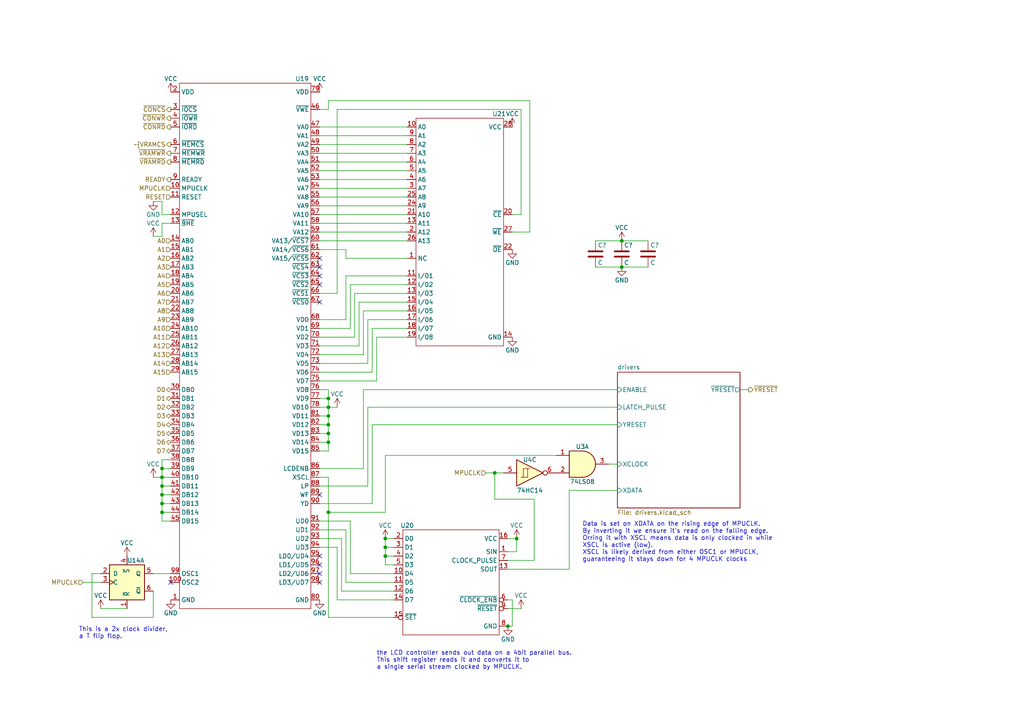
<source format=kicad_sch>
(kicad_sch (version 20211123) (generator eeschema)

  (uuid 5df12f7a-e64a-4efe-9151-c8256342be17)

  (paper "A4")

  (lib_symbols
    (symbol "74xx:74HC14" (pin_names (offset 1.016)) (in_bom yes) (on_board yes)
      (property "Reference" "U" (id 0) (at 0 1.27 0)
        (effects (font (size 1.27 1.27)))
      )
      (property "Value" "74HC14" (id 1) (at 0 -1.27 0)
        (effects (font (size 1.27 1.27)))
      )
      (property "Footprint" "" (id 2) (at 0 0 0)
        (effects (font (size 1.27 1.27)) hide)
      )
      (property "Datasheet" "http://www.ti.com/lit/gpn/sn74HC14" (id 3) (at 0 0 0)
        (effects (font (size 1.27 1.27)) hide)
      )
      (property "ki_locked" "" (id 4) (at 0 0 0)
        (effects (font (size 1.27 1.27)))
      )
      (property "ki_keywords" "HCMOS not inverter" (id 5) (at 0 0 0)
        (effects (font (size 1.27 1.27)) hide)
      )
      (property "ki_description" "Hex inverter schmitt trigger" (id 6) (at 0 0 0)
        (effects (font (size 1.27 1.27)) hide)
      )
      (property "ki_fp_filters" "DIP*W7.62mm*" (id 7) (at 0 0 0)
        (effects (font (size 1.27 1.27)) hide)
      )
      (symbol "74HC14_1_0"
        (polyline
          (pts
            (xy -3.81 3.81)
            (xy -3.81 -3.81)
            (xy 3.81 0)
            (xy -3.81 3.81)
          )
          (stroke (width 0.254) (type default) (color 0 0 0 0))
          (fill (type background))
        )
        (pin input line (at -7.62 0 0) (length 3.81)
          (name "~" (effects (font (size 1.27 1.27))))
          (number "1" (effects (font (size 1.27 1.27))))
        )
        (pin output inverted (at 7.62 0 180) (length 3.81)
          (name "~" (effects (font (size 1.27 1.27))))
          (number "2" (effects (font (size 1.27 1.27))))
        )
      )
      (symbol "74HC14_1_1"
        (polyline
          (pts
            (xy -1.905 -1.27)
            (xy -1.905 1.27)
            (xy -0.635 1.27)
          )
          (stroke (width 0) (type default) (color 0 0 0 0))
          (fill (type none))
        )
        (polyline
          (pts
            (xy -2.54 -1.27)
            (xy -0.635 -1.27)
            (xy -0.635 1.27)
            (xy 0 1.27)
          )
          (stroke (width 0) (type default) (color 0 0 0 0))
          (fill (type none))
        )
      )
      (symbol "74HC14_2_0"
        (polyline
          (pts
            (xy -3.81 3.81)
            (xy -3.81 -3.81)
            (xy 3.81 0)
            (xy -3.81 3.81)
          )
          (stroke (width 0.254) (type default) (color 0 0 0 0))
          (fill (type background))
        )
        (pin input line (at -7.62 0 0) (length 3.81)
          (name "~" (effects (font (size 1.27 1.27))))
          (number "3" (effects (font (size 1.27 1.27))))
        )
        (pin output inverted (at 7.62 0 180) (length 3.81)
          (name "~" (effects (font (size 1.27 1.27))))
          (number "4" (effects (font (size 1.27 1.27))))
        )
      )
      (symbol "74HC14_2_1"
        (polyline
          (pts
            (xy -1.905 -1.27)
            (xy -1.905 1.27)
            (xy -0.635 1.27)
          )
          (stroke (width 0) (type default) (color 0 0 0 0))
          (fill (type none))
        )
        (polyline
          (pts
            (xy -2.54 -1.27)
            (xy -0.635 -1.27)
            (xy -0.635 1.27)
            (xy 0 1.27)
          )
          (stroke (width 0) (type default) (color 0 0 0 0))
          (fill (type none))
        )
      )
      (symbol "74HC14_3_0"
        (polyline
          (pts
            (xy -3.81 3.81)
            (xy -3.81 -3.81)
            (xy 3.81 0)
            (xy -3.81 3.81)
          )
          (stroke (width 0.254) (type default) (color 0 0 0 0))
          (fill (type background))
        )
        (pin input line (at -7.62 0 0) (length 3.81)
          (name "~" (effects (font (size 1.27 1.27))))
          (number "5" (effects (font (size 1.27 1.27))))
        )
        (pin output inverted (at 7.62 0 180) (length 3.81)
          (name "~" (effects (font (size 1.27 1.27))))
          (number "6" (effects (font (size 1.27 1.27))))
        )
      )
      (symbol "74HC14_3_1"
        (polyline
          (pts
            (xy -1.905 -1.27)
            (xy -1.905 1.27)
            (xy -0.635 1.27)
          )
          (stroke (width 0) (type default) (color 0 0 0 0))
          (fill (type none))
        )
        (polyline
          (pts
            (xy -2.54 -1.27)
            (xy -0.635 -1.27)
            (xy -0.635 1.27)
            (xy 0 1.27)
          )
          (stroke (width 0) (type default) (color 0 0 0 0))
          (fill (type none))
        )
      )
      (symbol "74HC14_4_0"
        (polyline
          (pts
            (xy -3.81 3.81)
            (xy -3.81 -3.81)
            (xy 3.81 0)
            (xy -3.81 3.81)
          )
          (stroke (width 0.254) (type default) (color 0 0 0 0))
          (fill (type background))
        )
        (pin output inverted (at 7.62 0 180) (length 3.81)
          (name "~" (effects (font (size 1.27 1.27))))
          (number "8" (effects (font (size 1.27 1.27))))
        )
        (pin input line (at -7.62 0 0) (length 3.81)
          (name "~" (effects (font (size 1.27 1.27))))
          (number "9" (effects (font (size 1.27 1.27))))
        )
      )
      (symbol "74HC14_4_1"
        (polyline
          (pts
            (xy -1.905 -1.27)
            (xy -1.905 1.27)
            (xy -0.635 1.27)
          )
          (stroke (width 0) (type default) (color 0 0 0 0))
          (fill (type none))
        )
        (polyline
          (pts
            (xy -2.54 -1.27)
            (xy -0.635 -1.27)
            (xy -0.635 1.27)
            (xy 0 1.27)
          )
          (stroke (width 0) (type default) (color 0 0 0 0))
          (fill (type none))
        )
      )
      (symbol "74HC14_5_0"
        (polyline
          (pts
            (xy -3.81 3.81)
            (xy -3.81 -3.81)
            (xy 3.81 0)
            (xy -3.81 3.81)
          )
          (stroke (width 0.254) (type default) (color 0 0 0 0))
          (fill (type background))
        )
        (pin output inverted (at 7.62 0 180) (length 3.81)
          (name "~" (effects (font (size 1.27 1.27))))
          (number "10" (effects (font (size 1.27 1.27))))
        )
        (pin input line (at -7.62 0 0) (length 3.81)
          (name "~" (effects (font (size 1.27 1.27))))
          (number "11" (effects (font (size 1.27 1.27))))
        )
      )
      (symbol "74HC14_5_1"
        (polyline
          (pts
            (xy -1.905 -1.27)
            (xy -1.905 1.27)
            (xy -0.635 1.27)
          )
          (stroke (width 0) (type default) (color 0 0 0 0))
          (fill (type none))
        )
        (polyline
          (pts
            (xy -2.54 -1.27)
            (xy -0.635 -1.27)
            (xy -0.635 1.27)
            (xy 0 1.27)
          )
          (stroke (width 0) (type default) (color 0 0 0 0))
          (fill (type none))
        )
      )
      (symbol "74HC14_6_0"
        (polyline
          (pts
            (xy -3.81 3.81)
            (xy -3.81 -3.81)
            (xy 3.81 0)
            (xy -3.81 3.81)
          )
          (stroke (width 0.254) (type default) (color 0 0 0 0))
          (fill (type background))
        )
        (pin output inverted (at 7.62 0 180) (length 3.81)
          (name "~" (effects (font (size 1.27 1.27))))
          (number "12" (effects (font (size 1.27 1.27))))
        )
        (pin input line (at -7.62 0 0) (length 3.81)
          (name "~" (effects (font (size 1.27 1.27))))
          (number "13" (effects (font (size 1.27 1.27))))
        )
      )
      (symbol "74HC14_6_1"
        (polyline
          (pts
            (xy -1.905 -1.27)
            (xy -1.905 1.27)
            (xy -0.635 1.27)
          )
          (stroke (width 0) (type default) (color 0 0 0 0))
          (fill (type none))
        )
        (polyline
          (pts
            (xy -2.54 -1.27)
            (xy -0.635 -1.27)
            (xy -0.635 1.27)
            (xy 0 1.27)
          )
          (stroke (width 0) (type default) (color 0 0 0 0))
          (fill (type none))
        )
      )
      (symbol "74HC14_7_0"
        (pin power_in line (at 0 12.7 270) (length 5.08)
          (name "VCC" (effects (font (size 1.27 1.27))))
          (number "14" (effects (font (size 1.27 1.27))))
        )
        (pin power_in line (at 0 -12.7 90) (length 5.08)
          (name "GND" (effects (font (size 1.27 1.27))))
          (number "7" (effects (font (size 1.27 1.27))))
        )
      )
      (symbol "74HC14_7_1"
        (rectangle (start -5.08 7.62) (end 5.08 -7.62)
          (stroke (width 0.254) (type default) (color 0 0 0 0))
          (fill (type background))
        )
      )
    )
    (symbol "74xx:74HC74" (pin_names (offset 1.016)) (in_bom yes) (on_board yes)
      (property "Reference" "U" (id 0) (at -7.62 8.89 0)
        (effects (font (size 1.27 1.27)))
      )
      (property "Value" "74HC74" (id 1) (at -7.62 -8.89 0)
        (effects (font (size 1.27 1.27)))
      )
      (property "Footprint" "" (id 2) (at 0 0 0)
        (effects (font (size 1.27 1.27)) hide)
      )
      (property "Datasheet" "74xx/74hc_hct74.pdf" (id 3) (at 0 0 0)
        (effects (font (size 1.27 1.27)) hide)
      )
      (property "ki_locked" "" (id 4) (at 0 0 0)
        (effects (font (size 1.27 1.27)))
      )
      (property "ki_keywords" "TTL DFF" (id 5) (at 0 0 0)
        (effects (font (size 1.27 1.27)) hide)
      )
      (property "ki_description" "Dual D Flip-flop, Set & Reset" (id 6) (at 0 0 0)
        (effects (font (size 1.27 1.27)) hide)
      )
      (property "ki_fp_filters" "DIP*W7.62mm*" (id 7) (at 0 0 0)
        (effects (font (size 1.27 1.27)) hide)
      )
      (symbol "74HC74_1_0"
        (pin input line (at 0 -7.62 90) (length 2.54)
          (name "~{R}" (effects (font (size 1.27 1.27))))
          (number "1" (effects (font (size 1.27 1.27))))
        )
        (pin input line (at -7.62 2.54 0) (length 2.54)
          (name "D" (effects (font (size 1.27 1.27))))
          (number "2" (effects (font (size 1.27 1.27))))
        )
        (pin input clock (at -7.62 0 0) (length 2.54)
          (name "C" (effects (font (size 1.27 1.27))))
          (number "3" (effects (font (size 1.27 1.27))))
        )
        (pin input line (at 0 7.62 270) (length 2.54)
          (name "~{S}" (effects (font (size 1.27 1.27))))
          (number "4" (effects (font (size 1.27 1.27))))
        )
        (pin output line (at 7.62 2.54 180) (length 2.54)
          (name "Q" (effects (font (size 1.27 1.27))))
          (number "5" (effects (font (size 1.27 1.27))))
        )
        (pin output line (at 7.62 -2.54 180) (length 2.54)
          (name "~{Q}" (effects (font (size 1.27 1.27))))
          (number "6" (effects (font (size 1.27 1.27))))
        )
      )
      (symbol "74HC74_1_1"
        (rectangle (start -5.08 5.08) (end 5.08 -5.08)
          (stroke (width 0.254) (type default) (color 0 0 0 0))
          (fill (type background))
        )
      )
      (symbol "74HC74_2_0"
        (pin input line (at 0 7.62 270) (length 2.54)
          (name "~{S}" (effects (font (size 1.27 1.27))))
          (number "10" (effects (font (size 1.27 1.27))))
        )
        (pin input clock (at -7.62 0 0) (length 2.54)
          (name "C" (effects (font (size 1.27 1.27))))
          (number "11" (effects (font (size 1.27 1.27))))
        )
        (pin input line (at -7.62 2.54 0) (length 2.54)
          (name "D" (effects (font (size 1.27 1.27))))
          (number "12" (effects (font (size 1.27 1.27))))
        )
        (pin input line (at 0 -7.62 90) (length 2.54)
          (name "~{R}" (effects (font (size 1.27 1.27))))
          (number "13" (effects (font (size 1.27 1.27))))
        )
        (pin output line (at 7.62 -2.54 180) (length 2.54)
          (name "~{Q}" (effects (font (size 1.27 1.27))))
          (number "8" (effects (font (size 1.27 1.27))))
        )
        (pin output line (at 7.62 2.54 180) (length 2.54)
          (name "Q" (effects (font (size 1.27 1.27))))
          (number "9" (effects (font (size 1.27 1.27))))
        )
      )
      (symbol "74HC74_2_1"
        (rectangle (start -5.08 5.08) (end 5.08 -5.08)
          (stroke (width 0.254) (type default) (color 0 0 0 0))
          (fill (type background))
        )
      )
      (symbol "74HC74_3_0"
        (pin power_in line (at 0 10.16 270) (length 2.54)
          (name "VCC" (effects (font (size 1.27 1.27))))
          (number "14" (effects (font (size 1.27 1.27))))
        )
        (pin power_in line (at 0 -10.16 90) (length 2.54)
          (name "GND" (effects (font (size 1.27 1.27))))
          (number "7" (effects (font (size 1.27 1.27))))
        )
      )
      (symbol "74HC74_3_1"
        (rectangle (start -5.08 7.62) (end 5.08 -7.62)
          (stroke (width 0.254) (type default) (color 0 0 0 0))
          (fill (type background))
        )
      )
    )
    (symbol "74xx:74LS08" (pin_names (offset 1.016)) (in_bom yes) (on_board yes)
      (property "Reference" "U" (id 0) (at 0 1.27 0)
        (effects (font (size 1.27 1.27)))
      )
      (property "Value" "74LS08" (id 1) (at 0 -1.27 0)
        (effects (font (size 1.27 1.27)))
      )
      (property "Footprint" "" (id 2) (at 0 0 0)
        (effects (font (size 1.27 1.27)) hide)
      )
      (property "Datasheet" "http://www.ti.com/lit/gpn/sn74LS08" (id 3) (at 0 0 0)
        (effects (font (size 1.27 1.27)) hide)
      )
      (property "ki_locked" "" (id 4) (at 0 0 0)
        (effects (font (size 1.27 1.27)))
      )
      (property "ki_keywords" "TTL and2" (id 5) (at 0 0 0)
        (effects (font (size 1.27 1.27)) hide)
      )
      (property "ki_description" "Quad And2" (id 6) (at 0 0 0)
        (effects (font (size 1.27 1.27)) hide)
      )
      (property "ki_fp_filters" "DIP*W7.62mm*" (id 7) (at 0 0 0)
        (effects (font (size 1.27 1.27)) hide)
      )
      (symbol "74LS08_1_1"
        (arc (start 0 -3.81) (mid 3.81 0) (end 0 3.81)
          (stroke (width 0.254) (type default) (color 0 0 0 0))
          (fill (type background))
        )
        (polyline
          (pts
            (xy 0 3.81)
            (xy -3.81 3.81)
            (xy -3.81 -3.81)
            (xy 0 -3.81)
          )
          (stroke (width 0.254) (type default) (color 0 0 0 0))
          (fill (type background))
        )
        (pin input line (at -7.62 2.54 0) (length 3.81)
          (name "~" (effects (font (size 1.27 1.27))))
          (number "1" (effects (font (size 1.27 1.27))))
        )
        (pin input line (at -7.62 -2.54 0) (length 3.81)
          (name "~" (effects (font (size 1.27 1.27))))
          (number "2" (effects (font (size 1.27 1.27))))
        )
        (pin output line (at 7.62 0 180) (length 3.81)
          (name "~" (effects (font (size 1.27 1.27))))
          (number "3" (effects (font (size 1.27 1.27))))
        )
      )
      (symbol "74LS08_1_2"
        (arc (start -3.81 -3.81) (mid -2.589 0) (end -3.81 3.81)
          (stroke (width 0.254) (type default) (color 0 0 0 0))
          (fill (type none))
        )
        (arc (start -0.6096 -3.81) (mid 2.1842 -2.5851) (end 3.81 0)
          (stroke (width 0.254) (type default) (color 0 0 0 0))
          (fill (type background))
        )
        (polyline
          (pts
            (xy -3.81 -3.81)
            (xy -0.635 -3.81)
          )
          (stroke (width 0.254) (type default) (color 0 0 0 0))
          (fill (type background))
        )
        (polyline
          (pts
            (xy -3.81 3.81)
            (xy -0.635 3.81)
          )
          (stroke (width 0.254) (type default) (color 0 0 0 0))
          (fill (type background))
        )
        (polyline
          (pts
            (xy -0.635 3.81)
            (xy -3.81 3.81)
            (xy -3.81 3.81)
            (xy -3.556 3.4036)
            (xy -3.0226 2.2606)
            (xy -2.6924 1.0414)
            (xy -2.6162 -0.254)
            (xy -2.7686 -1.4986)
            (xy -3.175 -2.7178)
            (xy -3.81 -3.81)
            (xy -3.81 -3.81)
            (xy -0.635 -3.81)
          )
          (stroke (width -25.4) (type default) (color 0 0 0 0))
          (fill (type background))
        )
        (arc (start 3.81 0) (mid 2.1915 2.5936) (end -0.6096 3.81)
          (stroke (width 0.254) (type default) (color 0 0 0 0))
          (fill (type background))
        )
        (pin input inverted (at -7.62 2.54 0) (length 4.318)
          (name "~" (effects (font (size 1.27 1.27))))
          (number "1" (effects (font (size 1.27 1.27))))
        )
        (pin input inverted (at -7.62 -2.54 0) (length 4.318)
          (name "~" (effects (font (size 1.27 1.27))))
          (number "2" (effects (font (size 1.27 1.27))))
        )
        (pin output inverted (at 7.62 0 180) (length 3.81)
          (name "~" (effects (font (size 1.27 1.27))))
          (number "3" (effects (font (size 1.27 1.27))))
        )
      )
      (symbol "74LS08_2_1"
        (arc (start 0 -3.81) (mid 3.81 0) (end 0 3.81)
          (stroke (width 0.254) (type default) (color 0 0 0 0))
          (fill (type background))
        )
        (polyline
          (pts
            (xy 0 3.81)
            (xy -3.81 3.81)
            (xy -3.81 -3.81)
            (xy 0 -3.81)
          )
          (stroke (width 0.254) (type default) (color 0 0 0 0))
          (fill (type background))
        )
        (pin input line (at -7.62 2.54 0) (length 3.81)
          (name "~" (effects (font (size 1.27 1.27))))
          (number "4" (effects (font (size 1.27 1.27))))
        )
        (pin input line (at -7.62 -2.54 0) (length 3.81)
          (name "~" (effects (font (size 1.27 1.27))))
          (number "5" (effects (font (size 1.27 1.27))))
        )
        (pin output line (at 7.62 0 180) (length 3.81)
          (name "~" (effects (font (size 1.27 1.27))))
          (number "6" (effects (font (size 1.27 1.27))))
        )
      )
      (symbol "74LS08_2_2"
        (arc (start -3.81 -3.81) (mid -2.589 0) (end -3.81 3.81)
          (stroke (width 0.254) (type default) (color 0 0 0 0))
          (fill (type none))
        )
        (arc (start -0.6096 -3.81) (mid 2.1842 -2.5851) (end 3.81 0)
          (stroke (width 0.254) (type default) (color 0 0 0 0))
          (fill (type background))
        )
        (polyline
          (pts
            (xy -3.81 -3.81)
            (xy -0.635 -3.81)
          )
          (stroke (width 0.254) (type default) (color 0 0 0 0))
          (fill (type background))
        )
        (polyline
          (pts
            (xy -3.81 3.81)
            (xy -0.635 3.81)
          )
          (stroke (width 0.254) (type default) (color 0 0 0 0))
          (fill (type background))
        )
        (polyline
          (pts
            (xy -0.635 3.81)
            (xy -3.81 3.81)
            (xy -3.81 3.81)
            (xy -3.556 3.4036)
            (xy -3.0226 2.2606)
            (xy -2.6924 1.0414)
            (xy -2.6162 -0.254)
            (xy -2.7686 -1.4986)
            (xy -3.175 -2.7178)
            (xy -3.81 -3.81)
            (xy -3.81 -3.81)
            (xy -0.635 -3.81)
          )
          (stroke (width -25.4) (type default) (color 0 0 0 0))
          (fill (type background))
        )
        (arc (start 3.81 0) (mid 2.1915 2.5936) (end -0.6096 3.81)
          (stroke (width 0.254) (type default) (color 0 0 0 0))
          (fill (type background))
        )
        (pin input inverted (at -7.62 2.54 0) (length 4.318)
          (name "~" (effects (font (size 1.27 1.27))))
          (number "4" (effects (font (size 1.27 1.27))))
        )
        (pin input inverted (at -7.62 -2.54 0) (length 4.318)
          (name "~" (effects (font (size 1.27 1.27))))
          (number "5" (effects (font (size 1.27 1.27))))
        )
        (pin output inverted (at 7.62 0 180) (length 3.81)
          (name "~" (effects (font (size 1.27 1.27))))
          (number "6" (effects (font (size 1.27 1.27))))
        )
      )
      (symbol "74LS08_3_1"
        (arc (start 0 -3.81) (mid 3.81 0) (end 0 3.81)
          (stroke (width 0.254) (type default) (color 0 0 0 0))
          (fill (type background))
        )
        (polyline
          (pts
            (xy 0 3.81)
            (xy -3.81 3.81)
            (xy -3.81 -3.81)
            (xy 0 -3.81)
          )
          (stroke (width 0.254) (type default) (color 0 0 0 0))
          (fill (type background))
        )
        (pin input line (at -7.62 -2.54 0) (length 3.81)
          (name "~" (effects (font (size 1.27 1.27))))
          (number "10" (effects (font (size 1.27 1.27))))
        )
        (pin output line (at 7.62 0 180) (length 3.81)
          (name "~" (effects (font (size 1.27 1.27))))
          (number "8" (effects (font (size 1.27 1.27))))
        )
        (pin input line (at -7.62 2.54 0) (length 3.81)
          (name "~" (effects (font (size 1.27 1.27))))
          (number "9" (effects (font (size 1.27 1.27))))
        )
      )
      (symbol "74LS08_3_2"
        (arc (start -3.81 -3.81) (mid -2.589 0) (end -3.81 3.81)
          (stroke (width 0.254) (type default) (color 0 0 0 0))
          (fill (type none))
        )
        (arc (start -0.6096 -3.81) (mid 2.1842 -2.5851) (end 3.81 0)
          (stroke (width 0.254) (type default) (color 0 0 0 0))
          (fill (type background))
        )
        (polyline
          (pts
            (xy -3.81 -3.81)
            (xy -0.635 -3.81)
          )
          (stroke (width 0.254) (type default) (color 0 0 0 0))
          (fill (type background))
        )
        (polyline
          (pts
            (xy -3.81 3.81)
            (xy -0.635 3.81)
          )
          (stroke (width 0.254) (type default) (color 0 0 0 0))
          (fill (type background))
        )
        (polyline
          (pts
            (xy -0.635 3.81)
            (xy -3.81 3.81)
            (xy -3.81 3.81)
            (xy -3.556 3.4036)
            (xy -3.0226 2.2606)
            (xy -2.6924 1.0414)
            (xy -2.6162 -0.254)
            (xy -2.7686 -1.4986)
            (xy -3.175 -2.7178)
            (xy -3.81 -3.81)
            (xy -3.81 -3.81)
            (xy -0.635 -3.81)
          )
          (stroke (width -25.4) (type default) (color 0 0 0 0))
          (fill (type background))
        )
        (arc (start 3.81 0) (mid 2.1915 2.5936) (end -0.6096 3.81)
          (stroke (width 0.254) (type default) (color 0 0 0 0))
          (fill (type background))
        )
        (pin input inverted (at -7.62 -2.54 0) (length 4.318)
          (name "~" (effects (font (size 1.27 1.27))))
          (number "10" (effects (font (size 1.27 1.27))))
        )
        (pin output inverted (at 7.62 0 180) (length 3.81)
          (name "~" (effects (font (size 1.27 1.27))))
          (number "8" (effects (font (size 1.27 1.27))))
        )
        (pin input inverted (at -7.62 2.54 0) (length 4.318)
          (name "~" (effects (font (size 1.27 1.27))))
          (number "9" (effects (font (size 1.27 1.27))))
        )
      )
      (symbol "74LS08_4_1"
        (arc (start 0 -3.81) (mid 3.81 0) (end 0 3.81)
          (stroke (width 0.254) (type default) (color 0 0 0 0))
          (fill (type background))
        )
        (polyline
          (pts
            (xy 0 3.81)
            (xy -3.81 3.81)
            (xy -3.81 -3.81)
            (xy 0 -3.81)
          )
          (stroke (width 0.254) (type default) (color 0 0 0 0))
          (fill (type background))
        )
        (pin output line (at 7.62 0 180) (length 3.81)
          (name "~" (effects (font (size 1.27 1.27))))
          (number "11" (effects (font (size 1.27 1.27))))
        )
        (pin input line (at -7.62 2.54 0) (length 3.81)
          (name "~" (effects (font (size 1.27 1.27))))
          (number "12" (effects (font (size 1.27 1.27))))
        )
        (pin input line (at -7.62 -2.54 0) (length 3.81)
          (name "~" (effects (font (size 1.27 1.27))))
          (number "13" (effects (font (size 1.27 1.27))))
        )
      )
      (symbol "74LS08_4_2"
        (arc (start -3.81 -3.81) (mid -2.589 0) (end -3.81 3.81)
          (stroke (width 0.254) (type default) (color 0 0 0 0))
          (fill (type none))
        )
        (arc (start -0.6096 -3.81) (mid 2.1842 -2.5851) (end 3.81 0)
          (stroke (width 0.254) (type default) (color 0 0 0 0))
          (fill (type background))
        )
        (polyline
          (pts
            (xy -3.81 -3.81)
            (xy -0.635 -3.81)
          )
          (stroke (width 0.254) (type default) (color 0 0 0 0))
          (fill (type background))
        )
        (polyline
          (pts
            (xy -3.81 3.81)
            (xy -0.635 3.81)
          )
          (stroke (width 0.254) (type default) (color 0 0 0 0))
          (fill (type background))
        )
        (polyline
          (pts
            (xy -0.635 3.81)
            (xy -3.81 3.81)
            (xy -3.81 3.81)
            (xy -3.556 3.4036)
            (xy -3.0226 2.2606)
            (xy -2.6924 1.0414)
            (xy -2.6162 -0.254)
            (xy -2.7686 -1.4986)
            (xy -3.175 -2.7178)
            (xy -3.81 -3.81)
            (xy -3.81 -3.81)
            (xy -0.635 -3.81)
          )
          (stroke (width -25.4) (type default) (color 0 0 0 0))
          (fill (type background))
        )
        (arc (start 3.81 0) (mid 2.1915 2.5936) (end -0.6096 3.81)
          (stroke (width 0.254) (type default) (color 0 0 0 0))
          (fill (type background))
        )
        (pin output inverted (at 7.62 0 180) (length 3.81)
          (name "~" (effects (font (size 1.27 1.27))))
          (number "11" (effects (font (size 1.27 1.27))))
        )
        (pin input inverted (at -7.62 2.54 0) (length 4.318)
          (name "~" (effects (font (size 1.27 1.27))))
          (number "12" (effects (font (size 1.27 1.27))))
        )
        (pin input inverted (at -7.62 -2.54 0) (length 4.318)
          (name "~" (effects (font (size 1.27 1.27))))
          (number "13" (effects (font (size 1.27 1.27))))
        )
      )
      (symbol "74LS08_5_0"
        (pin power_in line (at 0 12.7 270) (length 5.08)
          (name "VCC" (effects (font (size 1.27 1.27))))
          (number "14" (effects (font (size 1.27 1.27))))
        )
        (pin power_in line (at 0 -12.7 90) (length 5.08)
          (name "GND" (effects (font (size 1.27 1.27))))
          (number "7" (effects (font (size 1.27 1.27))))
        )
      )
      (symbol "74LS08_5_1"
        (rectangle (start -5.08 7.62) (end 5.08 -7.62)
          (stroke (width 0.254) (type default) (color 0 0 0 0))
          (fill (type background))
        )
      )
    )
    (symbol "Device:C" (pin_numbers hide) (pin_names (offset 0.254)) (in_bom yes) (on_board yes)
      (property "Reference" "C" (id 0) (at 0.635 2.54 0)
        (effects (font (size 1.27 1.27)) (justify left))
      )
      (property "Value" "C" (id 1) (at 0.635 -2.54 0)
        (effects (font (size 1.27 1.27)) (justify left))
      )
      (property "Footprint" "" (id 2) (at 0.9652 -3.81 0)
        (effects (font (size 1.27 1.27)) hide)
      )
      (property "Datasheet" "~" (id 3) (at 0 0 0)
        (effects (font (size 1.27 1.27)) hide)
      )
      (property "ki_keywords" "cap capacitor" (id 4) (at 0 0 0)
        (effects (font (size 1.27 1.27)) hide)
      )
      (property "ki_description" "Unpolarized capacitor" (id 5) (at 0 0 0)
        (effects (font (size 1.27 1.27)) hide)
      )
      (property "ki_fp_filters" "C_*" (id 6) (at 0 0 0)
        (effects (font (size 1.27 1.27)) hide)
      )
      (symbol "C_0_1"
        (polyline
          (pts
            (xy -2.032 -0.762)
            (xy 2.032 -0.762)
          )
          (stroke (width 0.508) (type default) (color 0 0 0 0))
          (fill (type none))
        )
        (polyline
          (pts
            (xy -2.032 0.762)
            (xy 2.032 0.762)
          )
          (stroke (width 0.508) (type default) (color 0 0 0 0))
          (fill (type none))
        )
      )
      (symbol "C_1_1"
        (pin passive line (at 0 3.81 270) (length 2.794)
          (name "~" (effects (font (size 1.27 1.27))))
          (number "1" (effects (font (size 1.27 1.27))))
        )
        (pin passive line (at 0 -3.81 90) (length 2.794)
          (name "~" (effects (font (size 1.27 1.27))))
          (number "2" (effects (font (size 1.27 1.27))))
        )
      )
    )
    (symbol "ledmatrix:74HC166" (in_bom yes) (on_board yes)
      (property "Reference" "U" (id 0) (at 12.7 16.51 0)
        (effects (font (size 1.27 1.27)))
      )
      (property "Value" "74HC166" (id 1) (at 10.16 -16.51 0)
        (effects (font (size 1.27 1.27)))
      )
      (property "Footprint" "" (id 2) (at 2.54 -12.7 0)
        (effects (font (size 1.27 1.27)) hide)
      )
      (property "Datasheet" "" (id 3) (at 2.54 -12.7 0)
        (effects (font (size 1.27 1.27)) hide)
      )
      (symbol "74HC166_0_1"
        (rectangle (start -13.97 15.24) (end 13.97 -15.24)
          (stroke (width 0) (type default) (color 0 0 0 0))
          (fill (type none))
        )
      )
      (symbol "74HC166_1_1"
        (pin input line (at -16.51 8.89 0) (length 2.54)
          (name "SIN" (effects (font (size 1.27 1.27))))
          (number "1" (effects (font (size 1.27 1.27))))
        )
        (pin input line (at 16.51 2.54 180) (length 2.54)
          (name "D4" (effects (font (size 1.27 1.27))))
          (number "10" (effects (font (size 1.27 1.27))))
        )
        (pin input line (at 16.51 0 180) (length 2.54)
          (name "D5" (effects (font (size 1.27 1.27))))
          (number "11" (effects (font (size 1.27 1.27))))
        )
        (pin input line (at 16.51 -2.54 180) (length 2.54)
          (name "D6" (effects (font (size 1.27 1.27))))
          (number "12" (effects (font (size 1.27 1.27))))
        )
        (pin output line (at -16.51 3.81 0) (length 2.54)
          (name "SOUT" (effects (font (size 1.27 1.27))))
          (number "13" (effects (font (size 1.27 1.27))))
        )
        (pin input line (at 16.51 -5.08 180) (length 2.54)
          (name "D7" (effects (font (size 1.27 1.27))))
          (number "14" (effects (font (size 1.27 1.27))))
        )
        (pin input inverted (at 16.51 -10.16 180) (length 2.54)
          (name "~{SET}" (effects (font (size 1.27 1.27))))
          (number "15" (effects (font (size 1.27 1.27))))
        )
        (pin power_in line (at -16.51 12.7 0) (length 2.54)
          (name "VCC" (effects (font (size 1.27 1.27))))
          (number "16" (effects (font (size 1.27 1.27))))
        )
        (pin input line (at 16.51 12.7 180) (length 2.54)
          (name "D0" (effects (font (size 1.27 1.27))))
          (number "2" (effects (font (size 1.27 1.27))))
        )
        (pin input line (at 16.51 10.16 180) (length 2.54)
          (name "D1" (effects (font (size 1.27 1.27))))
          (number "3" (effects (font (size 1.27 1.27))))
        )
        (pin input line (at 16.51 7.62 180) (length 2.54)
          (name "D2" (effects (font (size 1.27 1.27))))
          (number "4" (effects (font (size 1.27 1.27))))
        )
        (pin input line (at 16.51 5.08 180) (length 2.54)
          (name "D3" (effects (font (size 1.27 1.27))))
          (number "5" (effects (font (size 1.27 1.27))))
        )
        (pin input inverted (at -16.51 -5.08 0) (length 2.54)
          (name "~{CLOCK_ENB}" (effects (font (size 1.27 1.27))))
          (number "6" (effects (font (size 1.27 1.27))))
        )
        (pin input line (at -16.51 6.35 0) (length 2.54)
          (name "CLOCK_PULSE" (effects (font (size 1.27 1.27))))
          (number "7" (effects (font (size 1.27 1.27))))
        )
        (pin power_in line (at -16.51 -12.7 0) (length 2.54)
          (name "GND" (effects (font (size 1.27 1.27))))
          (number "8" (effects (font (size 1.27 1.27))))
        )
        (pin input inverted (at -16.51 -7.62 0) (length 2.54)
          (name "~{RESET}" (effects (font (size 1.27 1.27))))
          (number "9" (effects (font (size 1.27 1.27))))
        )
      )
    )
    (symbol "ledmatrix:LC36128ML" (in_bom yes) (on_board yes)
      (property "Reference" "U" (id 0) (at 10.16 34.29 0)
        (effects (font (size 1.27 1.27)))
      )
      (property "Value" "LC36128ML" (id 1) (at 6.35 -34.29 0)
        (effects (font (size 1.27 1.27)))
      )
      (property "Footprint" "" (id 2) (at 0 0 0)
        (effects (font (size 1.27 1.27)) hide)
      )
      (property "Datasheet" "" (id 3) (at 0 0 0)
        (effects (font (size 1.27 1.27)) hide)
      )
      (symbol "LC36128ML_0_1"
        (rectangle (start -12.7 33.02) (end 12.7 -33.02)
          (stroke (width 0) (type default) (color 0 0 0 0))
          (fill (type none))
        )
      )
      (symbol "LC36128ML_1_1"
        (pin input line (at 15.24 -7.62 180) (length 2.54)
          (name "NC" (effects (font (size 1.27 1.27))))
          (number "1" (effects (font (size 1.27 1.27))))
        )
        (pin input line (at 15.24 30.48 180) (length 2.54)
          (name "A0" (effects (font (size 1.27 1.27))))
          (number "10" (effects (font (size 1.27 1.27))))
        )
        (pin bidirectional line (at 15.24 -12.7 180) (length 2.54)
          (name "I/01" (effects (font (size 1.27 1.27))))
          (number "11" (effects (font (size 1.27 1.27))))
        )
        (pin bidirectional line (at 15.24 -15.24 180) (length 2.54)
          (name "I/02" (effects (font (size 1.27 1.27))))
          (number "12" (effects (font (size 1.27 1.27))))
        )
        (pin input line (at 15.24 2.54 180) (length 2.54)
          (name "A11" (effects (font (size 1.27 1.27))))
          (number "13" (effects (font (size 1.27 1.27))))
        )
        (pin bidirectional line (at 15.24 -17.78 180) (length 2.54)
          (name "I/03" (effects (font (size 1.27 1.27))))
          (number "13" (effects (font (size 1.27 1.27))))
        )
        (pin power_in line (at -15.24 -30.48 0) (length 2.54)
          (name "GND" (effects (font (size 1.27 1.27))))
          (number "14" (effects (font (size 1.27 1.27))))
        )
        (pin bidirectional line (at 15.24 -20.32 180) (length 2.54)
          (name "I/04" (effects (font (size 1.27 1.27))))
          (number "15" (effects (font (size 1.27 1.27))))
        )
        (pin bidirectional line (at 15.24 -22.86 180) (length 2.54)
          (name "I/05" (effects (font (size 1.27 1.27))))
          (number "16" (effects (font (size 1.27 1.27))))
        )
        (pin bidirectional line (at 15.24 -25.4 180) (length 2.54)
          (name "I/06" (effects (font (size 1.27 1.27))))
          (number "17" (effects (font (size 1.27 1.27))))
        )
        (pin bidirectional line (at 15.24 -27.94 180) (length 2.54)
          (name "I/07" (effects (font (size 1.27 1.27))))
          (number "18" (effects (font (size 1.27 1.27))))
        )
        (pin bidirectional line (at 15.24 -30.48 180) (length 2.54)
          (name "I/08" (effects (font (size 1.27 1.27))))
          (number "19" (effects (font (size 1.27 1.27))))
        )
        (pin input line (at 15.24 0 180) (length 2.54)
          (name "A12" (effects (font (size 1.27 1.27))))
          (number "2" (effects (font (size 1.27 1.27))))
        )
        (pin input line (at -15.24 5.08 0) (length 2.54)
          (name "~{CE}" (effects (font (size 1.27 1.27))))
          (number "20" (effects (font (size 1.27 1.27))))
        )
        (pin input line (at 15.24 5.08 180) (length 2.54)
          (name "A10" (effects (font (size 1.27 1.27))))
          (number "21" (effects (font (size 1.27 1.27))))
        )
        (pin input line (at -15.24 -5.08 0) (length 2.54)
          (name "~{OE}" (effects (font (size 1.27 1.27))))
          (number "22" (effects (font (size 1.27 1.27))))
        )
        (pin input line (at 15.24 7.62 180) (length 2.54)
          (name "A9" (effects (font (size 1.27 1.27))))
          (number "24" (effects (font (size 1.27 1.27))))
        )
        (pin input line (at 15.24 10.16 180) (length 2.54)
          (name "A8" (effects (font (size 1.27 1.27))))
          (number "25" (effects (font (size 1.27 1.27))))
        )
        (pin input line (at 15.24 -2.54 180) (length 2.54)
          (name "A13" (effects (font (size 1.27 1.27))))
          (number "26" (effects (font (size 1.27 1.27))))
        )
        (pin input line (at -15.24 0 0) (length 2.54)
          (name "~{WE}" (effects (font (size 1.27 1.27))))
          (number "27" (effects (font (size 1.27 1.27))))
        )
        (pin power_in line (at -15.24 30.48 0) (length 2.54)
          (name "VCC" (effects (font (size 1.27 1.27))))
          (number "28" (effects (font (size 1.27 1.27))))
        )
        (pin input line (at 15.24 12.7 180) (length 2.54)
          (name "A7" (effects (font (size 1.27 1.27))))
          (number "3" (effects (font (size 1.27 1.27))))
        )
        (pin input line (at 15.24 15.24 180) (length 2.54)
          (name "A6" (effects (font (size 1.27 1.27))))
          (number "4" (effects (font (size 1.27 1.27))))
        )
        (pin input line (at 15.24 17.78 180) (length 2.54)
          (name "A5" (effects (font (size 1.27 1.27))))
          (number "5" (effects (font (size 1.27 1.27))))
        )
        (pin input line (at 15.24 20.32 180) (length 2.54)
          (name "A4" (effects (font (size 1.27 1.27))))
          (number "6" (effects (font (size 1.27 1.27))))
        )
        (pin input line (at 15.24 22.86 180) (length 2.54)
          (name "A3" (effects (font (size 1.27 1.27))))
          (number "7" (effects (font (size 1.27 1.27))))
        )
        (pin input line (at 15.24 25.4 180) (length 2.54)
          (name "A2" (effects (font (size 1.27 1.27))))
          (number "8" (effects (font (size 1.27 1.27))))
        )
        (pin input line (at 15.24 27.94 180) (length 2.54)
          (name "A1" (effects (font (size 1.27 1.27))))
          (number "9" (effects (font (size 1.27 1.27))))
        )
      )
    )
    (symbol "ledmatrix:SED1351F" (in_bom yes) (on_board yes)
      (property "Reference" "U" (id 0) (at 16.51 77.47 0)
        (effects (font (size 1.27 1.27)))
      )
      (property "Value" "SED1351F" (id 1) (at 12.7 -77.47 0)
        (effects (font (size 1.27 1.27)))
      )
      (property "Footprint" "" (id 2) (at 10.16 53.34 0)
        (effects (font (size 1.27 1.27)) hide)
      )
      (property "Datasheet" "" (id 3) (at 10.16 53.34 0)
        (effects (font (size 1.27 1.27)) hide)
      )
      (symbol "SED1351F_0_1"
        (rectangle (start -19.05 76.2) (end 19.05 -76.2)
          (stroke (width 0) (type default) (color 0 0 0 0))
          (fill (type none))
        )
      )
      (symbol "SED1351F_1_1"
        (pin power_in line (at -21.59 -73.66 0) (length 2.54)
          (name "GND" (effects (font (size 1.27 1.27))))
          (number "1" (effects (font (size 1.27 1.27))))
        )
        (pin input line (at -21.59 45.72 0) (length 2.54)
          (name "MPUCLK" (effects (font (size 1.27 1.27))))
          (number "10" (effects (font (size 1.27 1.27))))
        )
        (pin output line (at -21.59 -68.58 0) (length 2.54)
          (name "OSC2" (effects (font (size 1.27 1.27))))
          (number "100" (effects (font (size 1.27 1.27))))
        )
        (pin input line (at -21.59 43.18 0) (length 2.54)
          (name "RESET" (effects (font (size 1.27 1.27))))
          (number "11" (effects (font (size 1.27 1.27))))
        )
        (pin input line (at -21.59 38.1 0) (length 2.54)
          (name "MPUSEL" (effects (font (size 1.27 1.27))))
          (number "12" (effects (font (size 1.27 1.27))))
        )
        (pin input line (at -21.59 35.56 0) (length 2.54)
          (name "~{BHE}" (effects (font (size 1.27 1.27))))
          (number "13" (effects (font (size 1.27 1.27))))
        )
        (pin input line (at -21.59 30.48 0) (length 2.54)
          (name "AB0" (effects (font (size 1.27 1.27))))
          (number "14" (effects (font (size 1.27 1.27))))
        )
        (pin input line (at -21.59 27.94 0) (length 2.54)
          (name "AB1" (effects (font (size 1.27 1.27))))
          (number "15" (effects (font (size 1.27 1.27))))
        )
        (pin input line (at -21.59 25.4 0) (length 2.54)
          (name "AB2" (effects (font (size 1.27 1.27))))
          (number "16" (effects (font (size 1.27 1.27))))
        )
        (pin input line (at -21.59 22.86 0) (length 2.54)
          (name "AB3" (effects (font (size 1.27 1.27))))
          (number "17" (effects (font (size 1.27 1.27))))
        )
        (pin input line (at -21.59 20.32 0) (length 2.54)
          (name "AB4" (effects (font (size 1.27 1.27))))
          (number "18" (effects (font (size 1.27 1.27))))
        )
        (pin input line (at -21.59 17.78 0) (length 2.54)
          (name "AB5" (effects (font (size 1.27 1.27))))
          (number "19" (effects (font (size 1.27 1.27))))
        )
        (pin power_in line (at -21.59 73.66 0) (length 2.54)
          (name "VDD" (effects (font (size 1.27 1.27))))
          (number "2" (effects (font (size 1.27 1.27))))
        )
        (pin input line (at -21.59 15.24 0) (length 2.54)
          (name "AB6" (effects (font (size 1.27 1.27))))
          (number "20" (effects (font (size 1.27 1.27))))
        )
        (pin input line (at -21.59 12.7 0) (length 2.54)
          (name "AB7" (effects (font (size 1.27 1.27))))
          (number "21" (effects (font (size 1.27 1.27))))
        )
        (pin input line (at -21.59 10.16 0) (length 2.54)
          (name "AB8" (effects (font (size 1.27 1.27))))
          (number "22" (effects (font (size 1.27 1.27))))
        )
        (pin input line (at -21.59 7.62 0) (length 2.54)
          (name "AB9" (effects (font (size 1.27 1.27))))
          (number "23" (effects (font (size 1.27 1.27))))
        )
        (pin input line (at -21.59 5.08 0) (length 2.54)
          (name "AB10" (effects (font (size 1.27 1.27))))
          (number "24" (effects (font (size 1.27 1.27))))
        )
        (pin input line (at -21.59 2.54 0) (length 2.54)
          (name "AB11" (effects (font (size 1.27 1.27))))
          (number "25" (effects (font (size 1.27 1.27))))
        )
        (pin input line (at -21.59 0 0) (length 2.54)
          (name "AB12" (effects (font (size 1.27 1.27))))
          (number "26" (effects (font (size 1.27 1.27))))
        )
        (pin input line (at -21.59 -2.54 0) (length 2.54)
          (name "AB13" (effects (font (size 1.27 1.27))))
          (number "27" (effects (font (size 1.27 1.27))))
        )
        (pin input line (at -21.59 -5.08 0) (length 2.54)
          (name "AB14" (effects (font (size 1.27 1.27))))
          (number "28" (effects (font (size 1.27 1.27))))
        )
        (pin input line (at -21.59 -7.62 0) (length 2.54)
          (name "AB15" (effects (font (size 1.27 1.27))))
          (number "29" (effects (font (size 1.27 1.27))))
        )
        (pin input line (at -21.59 68.58 0) (length 2.54)
          (name "~{IOCS}" (effects (font (size 1.27 1.27))))
          (number "3" (effects (font (size 1.27 1.27))))
        )
        (pin bidirectional line (at -21.59 -12.7 0) (length 2.54)
          (name "DB0" (effects (font (size 1.27 1.27))))
          (number "30" (effects (font (size 1.27 1.27))))
        )
        (pin bidirectional line (at -21.59 -15.24 0) (length 2.54)
          (name "DB1" (effects (font (size 1.27 1.27))))
          (number "31" (effects (font (size 1.27 1.27))))
        )
        (pin bidirectional line (at -21.59 -17.78 0) (length 2.54)
          (name "DB2" (effects (font (size 1.27 1.27))))
          (number "32" (effects (font (size 1.27 1.27))))
        )
        (pin bidirectional line (at -21.59 -20.32 0) (length 2.54)
          (name "DB3" (effects (font (size 1.27 1.27))))
          (number "33" (effects (font (size 1.27 1.27))))
        )
        (pin bidirectional line (at -21.59 -22.86 0) (length 2.54)
          (name "DB4" (effects (font (size 1.27 1.27))))
          (number "34" (effects (font (size 1.27 1.27))))
        )
        (pin bidirectional line (at -21.59 -25.4 0) (length 2.54)
          (name "DB5" (effects (font (size 1.27 1.27))))
          (number "35" (effects (font (size 1.27 1.27))))
        )
        (pin bidirectional line (at -21.59 -27.94 0) (length 2.54)
          (name "DB6" (effects (font (size 1.27 1.27))))
          (number "36" (effects (font (size 1.27 1.27))))
        )
        (pin bidirectional line (at -21.59 -30.48 0) (length 2.54)
          (name "DB7" (effects (font (size 1.27 1.27))))
          (number "37" (effects (font (size 1.27 1.27))))
        )
        (pin bidirectional line (at -21.59 -33.02 0) (length 2.54)
          (name "DB8" (effects (font (size 1.27 1.27))))
          (number "38" (effects (font (size 1.27 1.27))))
        )
        (pin bidirectional line (at -21.59 -35.56 0) (length 2.54)
          (name "DB9" (effects (font (size 1.27 1.27))))
          (number "39" (effects (font (size 1.27 1.27))))
        )
        (pin input line (at -21.59 66.04 0) (length 2.54)
          (name "~{IOWR}" (effects (font (size 1.27 1.27))))
          (number "4" (effects (font (size 1.27 1.27))))
        )
        (pin bidirectional line (at -21.59 -38.1 0) (length 2.54)
          (name "DB10" (effects (font (size 1.27 1.27))))
          (number "40" (effects (font (size 1.27 1.27))))
        )
        (pin bidirectional line (at -21.59 -40.64 0) (length 2.54)
          (name "DB11" (effects (font (size 1.27 1.27))))
          (number "41" (effects (font (size 1.27 1.27))))
        )
        (pin bidirectional line (at -21.59 -43.18 0) (length 2.54)
          (name "DB12" (effects (font (size 1.27 1.27))))
          (number "42" (effects (font (size 1.27 1.27))))
        )
        (pin bidirectional line (at -21.59 -45.72 0) (length 2.54)
          (name "DB13" (effects (font (size 1.27 1.27))))
          (number "43" (effects (font (size 1.27 1.27))))
        )
        (pin bidirectional line (at -21.59 -48.26 0) (length 2.54)
          (name "DB14" (effects (font (size 1.27 1.27))))
          (number "44" (effects (font (size 1.27 1.27))))
        )
        (pin bidirectional line (at -21.59 -50.8 0) (length 2.54)
          (name "DB15" (effects (font (size 1.27 1.27))))
          (number "45" (effects (font (size 1.27 1.27))))
        )
        (pin output line (at 21.59 68.58 180) (length 2.54)
          (name "~{VWE}" (effects (font (size 1.27 1.27))))
          (number "46" (effects (font (size 1.27 1.27))))
        )
        (pin output line (at 21.59 63.5 180) (length 2.54)
          (name "VA0" (effects (font (size 1.27 1.27))))
          (number "47" (effects (font (size 1.27 1.27))))
        )
        (pin output line (at 21.59 60.96 180) (length 2.54)
          (name "VA1" (effects (font (size 1.27 1.27))))
          (number "48" (effects (font (size 1.27 1.27))))
        )
        (pin output line (at 21.59 58.42 180) (length 2.54)
          (name "VA2" (effects (font (size 1.27 1.27))))
          (number "49" (effects (font (size 1.27 1.27))))
        )
        (pin input line (at -21.59 63.5 0) (length 2.54)
          (name "~{IORD}" (effects (font (size 1.27 1.27))))
          (number "5" (effects (font (size 1.27 1.27))))
        )
        (pin output line (at 21.59 55.88 180) (length 2.54)
          (name "VA3" (effects (font (size 1.27 1.27))))
          (number "50" (effects (font (size 1.27 1.27))))
        )
        (pin output line (at 21.59 53.34 180) (length 2.54)
          (name "VA4" (effects (font (size 1.27 1.27))))
          (number "51" (effects (font (size 1.27 1.27))))
        )
        (pin output line (at 21.59 50.8 180) (length 2.54)
          (name "VA5" (effects (font (size 1.27 1.27))))
          (number "52" (effects (font (size 1.27 1.27))))
        )
        (pin output line (at 21.59 48.26 180) (length 2.54)
          (name "VA6" (effects (font (size 1.27 1.27))))
          (number "53" (effects (font (size 1.27 1.27))))
        )
        (pin output line (at 21.59 45.72 180) (length 2.54)
          (name "VA7" (effects (font (size 1.27 1.27))))
          (number "54" (effects (font (size 1.27 1.27))))
        )
        (pin output line (at 21.59 43.18 180) (length 2.54)
          (name "VA8" (effects (font (size 1.27 1.27))))
          (number "55" (effects (font (size 1.27 1.27))))
        )
        (pin output line (at 21.59 40.64 180) (length 2.54)
          (name "VA9" (effects (font (size 1.27 1.27))))
          (number "56" (effects (font (size 1.27 1.27))))
        )
        (pin output line (at 21.59 38.1 180) (length 2.54)
          (name "VA10" (effects (font (size 1.27 1.27))))
          (number "57" (effects (font (size 1.27 1.27))))
        )
        (pin output line (at 21.59 35.56 180) (length 2.54)
          (name "VA11" (effects (font (size 1.27 1.27))))
          (number "58" (effects (font (size 1.27 1.27))))
        )
        (pin output line (at 21.59 33.02 180) (length 2.54)
          (name "VA12" (effects (font (size 1.27 1.27))))
          (number "59" (effects (font (size 1.27 1.27))))
        )
        (pin input line (at -21.59 58.42 0) (length 2.54)
          (name "~{MEMCS}" (effects (font (size 1.27 1.27))))
          (number "6" (effects (font (size 1.27 1.27))))
        )
        (pin output line (at 21.59 30.48 180) (length 2.54)
          (name "VA13/~{VCS7}" (effects (font (size 1.27 1.27))))
          (number "60" (effects (font (size 1.27 1.27))))
        )
        (pin output line (at 21.59 27.94 180) (length 2.54)
          (name "VA14/~{VCS6}" (effects (font (size 1.27 1.27))))
          (number "61" (effects (font (size 1.27 1.27))))
        )
        (pin output line (at 21.59 25.4 180) (length 2.54)
          (name "VA15/~{VCS5}" (effects (font (size 1.27 1.27))))
          (number "62" (effects (font (size 1.27 1.27))))
        )
        (pin output line (at 21.59 22.86 180) (length 2.54)
          (name "~{VCS4}" (effects (font (size 1.27 1.27))))
          (number "63" (effects (font (size 1.27 1.27))))
        )
        (pin output line (at 21.59 20.32 180) (length 2.54)
          (name "~{VCS3}" (effects (font (size 1.27 1.27))))
          (number "64" (effects (font (size 1.27 1.27))))
        )
        (pin output line (at 21.59 17.78 180) (length 2.54)
          (name "~{VCS2}" (effects (font (size 1.27 1.27))))
          (number "65" (effects (font (size 1.27 1.27))))
        )
        (pin output line (at 21.59 15.24 180) (length 2.54)
          (name "~{VCS1}" (effects (font (size 1.27 1.27))))
          (number "66" (effects (font (size 1.27 1.27))))
        )
        (pin output line (at 21.59 12.7 180) (length 2.54)
          (name "~{VCS0}" (effects (font (size 1.27 1.27))))
          (number "67" (effects (font (size 1.27 1.27))))
        )
        (pin bidirectional line (at 21.59 7.62 180) (length 2.54)
          (name "VD0" (effects (font (size 1.27 1.27))))
          (number "68" (effects (font (size 1.27 1.27))))
        )
        (pin bidirectional line (at 21.59 5.08 180) (length 2.54)
          (name "VD1" (effects (font (size 1.27 1.27))))
          (number "69" (effects (font (size 1.27 1.27))))
        )
        (pin input line (at -21.59 55.88 0) (length 2.54)
          (name "~{MEMWR}" (effects (font (size 1.27 1.27))))
          (number "7" (effects (font (size 1.27 1.27))))
        )
        (pin bidirectional line (at 21.59 2.54 180) (length 2.54)
          (name "VD2" (effects (font (size 1.27 1.27))))
          (number "70" (effects (font (size 1.27 1.27))))
        )
        (pin bidirectional line (at 21.59 0 180) (length 2.54)
          (name "VD3" (effects (font (size 1.27 1.27))))
          (number "71" (effects (font (size 1.27 1.27))))
        )
        (pin bidirectional line (at 21.59 -2.54 180) (length 2.54)
          (name "VD4" (effects (font (size 1.27 1.27))))
          (number "72" (effects (font (size 1.27 1.27))))
        )
        (pin bidirectional line (at 21.59 -5.08 180) (length 2.54)
          (name "VD5" (effects (font (size 1.27 1.27))))
          (number "73" (effects (font (size 1.27 1.27))))
        )
        (pin bidirectional line (at 21.59 -7.62 180) (length 2.54)
          (name "VD6" (effects (font (size 1.27 1.27))))
          (number "74" (effects (font (size 1.27 1.27))))
        )
        (pin bidirectional line (at 21.59 -10.16 180) (length 2.54)
          (name "VD7" (effects (font (size 1.27 1.27))))
          (number "75" (effects (font (size 1.27 1.27))))
        )
        (pin bidirectional line (at 21.59 -12.7 180) (length 2.54)
          (name "VD8" (effects (font (size 1.27 1.27))))
          (number "76" (effects (font (size 1.27 1.27))))
        )
        (pin bidirectional line (at 21.59 -15.24 180) (length 2.54)
          (name "VD9" (effects (font (size 1.27 1.27))))
          (number "77" (effects (font (size 1.27 1.27))))
        )
        (pin bidirectional line (at 21.59 -17.78 180) (length 2.54)
          (name "VD10" (effects (font (size 1.27 1.27))))
          (number "78" (effects (font (size 1.27 1.27))))
        )
        (pin power_in line (at 21.59 73.66 180) (length 2.54)
          (name "VDD" (effects (font (size 1.27 1.27))))
          (number "79" (effects (font (size 1.27 1.27))))
        )
        (pin input line (at -21.59 53.34 0) (length 2.54)
          (name "~{MEMRD}" (effects (font (size 1.27 1.27))))
          (number "8" (effects (font (size 1.27 1.27))))
        )
        (pin power_in line (at 21.59 -73.66 180) (length 2.54)
          (name "GND" (effects (font (size 1.27 1.27))))
          (number "80" (effects (font (size 1.27 1.27))))
        )
        (pin bidirectional line (at 21.59 -20.32 180) (length 2.54)
          (name "VD11" (effects (font (size 1.27 1.27))))
          (number "81" (effects (font (size 1.27 1.27))))
        )
        (pin bidirectional line (at 21.59 -22.86 180) (length 2.54)
          (name "VD12" (effects (font (size 1.27 1.27))))
          (number "82" (effects (font (size 1.27 1.27))))
        )
        (pin bidirectional line (at 21.59 -25.4 180) (length 2.54)
          (name "VD13" (effects (font (size 1.27 1.27))))
          (number "83" (effects (font (size 1.27 1.27))))
        )
        (pin bidirectional line (at 21.59 -27.94 180) (length 2.54)
          (name "VD14" (effects (font (size 1.27 1.27))))
          (number "84" (effects (font (size 1.27 1.27))))
        )
        (pin bidirectional line (at 21.59 -30.48 180) (length 2.54)
          (name "VD15" (effects (font (size 1.27 1.27))))
          (number "85" (effects (font (size 1.27 1.27))))
        )
        (pin output line (at 21.59 -35.56 180) (length 2.54)
          (name "LCDENB" (effects (font (size 1.27 1.27))))
          (number "86" (effects (font (size 1.27 1.27))))
        )
        (pin output line (at 21.59 -38.1 180) (length 2.54)
          (name "XSCL" (effects (font (size 1.27 1.27))))
          (number "87" (effects (font (size 1.27 1.27))))
        )
        (pin output line (at 21.59 -40.64 180) (length 2.54)
          (name "LP" (effects (font (size 1.27 1.27))))
          (number "88" (effects (font (size 1.27 1.27))))
        )
        (pin output line (at 21.59 -43.18 180) (length 2.54)
          (name "WF" (effects (font (size 1.27 1.27))))
          (number "89" (effects (font (size 1.27 1.27))))
        )
        (pin output line (at -21.59 48.26 0) (length 2.54)
          (name "READY" (effects (font (size 1.27 1.27))))
          (number "9" (effects (font (size 1.27 1.27))))
        )
        (pin output line (at 21.59 -45.72 180) (length 2.54)
          (name "YD" (effects (font (size 1.27 1.27))))
          (number "90" (effects (font (size 1.27 1.27))))
        )
        (pin output line (at 21.59 -50.8 180) (length 2.54)
          (name "UD0" (effects (font (size 1.27 1.27))))
          (number "91" (effects (font (size 1.27 1.27))))
        )
        (pin output line (at 21.59 -53.34 180) (length 2.54)
          (name "UD1" (effects (font (size 1.27 1.27))))
          (number "92" (effects (font (size 1.27 1.27))))
        )
        (pin output line (at 21.59 -55.88 180) (length 2.54)
          (name "UD2" (effects (font (size 1.27 1.27))))
          (number "93" (effects (font (size 1.27 1.27))))
        )
        (pin output line (at 21.59 -58.42 180) (length 2.54)
          (name "UD3" (effects (font (size 1.27 1.27))))
          (number "94" (effects (font (size 1.27 1.27))))
        )
        (pin output line (at 21.59 -60.96 180) (length 2.54)
          (name "LD0/UD4" (effects (font (size 1.27 1.27))))
          (number "95" (effects (font (size 1.27 1.27))))
        )
        (pin output line (at 21.59 -63.5 180) (length 2.54)
          (name "LD1/UD5" (effects (font (size 1.27 1.27))))
          (number "96" (effects (font (size 1.27 1.27))))
        )
        (pin output line (at 21.59 -66.04 180) (length 2.54)
          (name "LD2/UD6" (effects (font (size 1.27 1.27))))
          (number "97" (effects (font (size 1.27 1.27))))
        )
        (pin output line (at 21.59 -68.58 180) (length 2.54)
          (name "LD3/UD7" (effects (font (size 1.27 1.27))))
          (number "98" (effects (font (size 1.27 1.27))))
        )
        (pin input line (at -21.59 -66.04 0) (length 2.54)
          (name "OSC1" (effects (font (size 1.27 1.27))))
          (number "99" (effects (font (size 1.27 1.27))))
        )
      )
    )
    (symbol "power:GND" (power) (pin_names (offset 0)) (in_bom yes) (on_board yes)
      (property "Reference" "#PWR" (id 0) (at 0 -6.35 0)
        (effects (font (size 1.27 1.27)) hide)
      )
      (property "Value" "GND" (id 1) (at 0 -3.81 0)
        (effects (font (size 1.27 1.27)))
      )
      (property "Footprint" "" (id 2) (at 0 0 0)
        (effects (font (size 1.27 1.27)) hide)
      )
      (property "Datasheet" "" (id 3) (at 0 0 0)
        (effects (font (size 1.27 1.27)) hide)
      )
      (property "ki_keywords" "power-flag" (id 4) (at 0 0 0)
        (effects (font (size 1.27 1.27)) hide)
      )
      (property "ki_description" "Power symbol creates a global label with name \"GND\" , ground" (id 5) (at 0 0 0)
        (effects (font (size 1.27 1.27)) hide)
      )
      (symbol "GND_0_1"
        (polyline
          (pts
            (xy 0 0)
            (xy 0 -1.27)
            (xy 1.27 -1.27)
            (xy 0 -2.54)
            (xy -1.27 -1.27)
            (xy 0 -1.27)
          )
          (stroke (width 0) (type default) (color 0 0 0 0))
          (fill (type none))
        )
      )
      (symbol "GND_1_1"
        (pin power_in line (at 0 0 270) (length 0) hide
          (name "GND" (effects (font (size 1.27 1.27))))
          (number "1" (effects (font (size 1.27 1.27))))
        )
      )
    )
    (symbol "power:VCC" (power) (pin_names (offset 0)) (in_bom yes) (on_board yes)
      (property "Reference" "#PWR" (id 0) (at 0 -3.81 0)
        (effects (font (size 1.27 1.27)) hide)
      )
      (property "Value" "VCC" (id 1) (at 0 3.81 0)
        (effects (font (size 1.27 1.27)))
      )
      (property "Footprint" "" (id 2) (at 0 0 0)
        (effects (font (size 1.27 1.27)) hide)
      )
      (property "Datasheet" "" (id 3) (at 0 0 0)
        (effects (font (size 1.27 1.27)) hide)
      )
      (property "ki_keywords" "power-flag" (id 4) (at 0 0 0)
        (effects (font (size 1.27 1.27)) hide)
      )
      (property "ki_description" "Power symbol creates a global label with name \"VCC\"" (id 5) (at 0 0 0)
        (effects (font (size 1.27 1.27)) hide)
      )
      (symbol "VCC_0_1"
        (polyline
          (pts
            (xy -0.762 1.27)
            (xy 0 2.54)
          )
          (stroke (width 0) (type default) (color 0 0 0 0))
          (fill (type none))
        )
        (polyline
          (pts
            (xy 0 0)
            (xy 0 2.54)
          )
          (stroke (width 0) (type default) (color 0 0 0 0))
          (fill (type none))
        )
        (polyline
          (pts
            (xy 0 2.54)
            (xy 0.762 1.27)
          )
          (stroke (width 0) (type default) (color 0 0 0 0))
          (fill (type none))
        )
      )
      (symbol "VCC_1_1"
        (pin power_in line (at 0 0 90) (length 0) hide
          (name "VCC" (effects (font (size 1.27 1.27))))
          (number "1" (effects (font (size 1.27 1.27))))
        )
      )
    )
  )

  (junction (at 111.76 161.29) (diameter 0) (color 0 0 0 0)
    (uuid 12f21606-89b6-409f-81bd-368c9e16ea99)
  )
  (junction (at 46.99 143.51) (diameter 0) (color 0 0 0 0)
    (uuid 2633f5c6-0ea5-4ee5-8b81-e5cfee01c5be)
  )
  (junction (at 95.25 123.19) (diameter 0) (color 0 0 0 0)
    (uuid 2d218ab4-b15d-4665-bd2e-5521782e7390)
  )
  (junction (at 46.99 138.43) (diameter 0) (color 0 0 0 0)
    (uuid 3391073c-9832-4ecd-99b7-a4f6d143ba19)
  )
  (junction (at 46.99 140.97) (diameter 0) (color 0 0 0 0)
    (uuid 386fb774-8625-416e-8b3c-6e82cad10edc)
  )
  (junction (at 46.99 148.59) (diameter 0) (color 0 0 0 0)
    (uuid 5359fb26-ff09-4bb5-bb24-49f16b1cd144)
  )
  (junction (at 95.25 148.59) (diameter 0) (color 0 0 0 0)
    (uuid 535fedb3-0dbc-433b-a481-3f79834bb3c5)
  )
  (junction (at 46.99 135.89) (diameter 0) (color 0 0 0 0)
    (uuid 5e9fbeeb-885f-41c9-a93d-5fc975c0d84c)
  )
  (junction (at 95.25 120.65) (diameter 0) (color 0 0 0 0)
    (uuid 620f6658-3413-4098-a440-61efc444339e)
  )
  (junction (at 147.32 181.61) (diameter 0) (color 0 0 0 0)
    (uuid 6bdfdf00-320a-4c22-a0cb-ea14c2c5b530)
  )
  (junction (at 180.34 77.47) (diameter 0) (color 0 0 0 0)
    (uuid 754c612c-5843-40d0-b887-641e76fc85eb)
  )
  (junction (at 95.25 115.57) (diameter 0) (color 0 0 0 0)
    (uuid 98d6a310-370f-4e87-8ee0-2f54426e4606)
  )
  (junction (at 149.86 156.21) (diameter 0) (color 0 0 0 0)
    (uuid 9e64b88d-e7cc-46ff-8e49-db1424017ed3)
  )
  (junction (at 95.25 128.27) (diameter 0) (color 0 0 0 0)
    (uuid a01234f4-0d17-45db-9e34-ef7fa04c7088)
  )
  (junction (at 95.25 125.73) (diameter 0) (color 0 0 0 0)
    (uuid b7c6439e-85b0-4870-be43-34527fc65692)
  )
  (junction (at 95.25 118.11) (diameter 0) (color 0 0 0 0)
    (uuid d72b071c-7d0e-495b-ae54-3efd1f548225)
  )
  (junction (at 111.76 158.75) (diameter 0) (color 0 0 0 0)
    (uuid e8f1ba74-dfba-4492-b7de-dda7e3c935e4)
  )
  (junction (at 143.51 137.16) (diameter 0) (color 0 0 0 0)
    (uuid e9643175-ac2a-47a5-9eb5-26ff3a0d5909)
  )
  (junction (at 180.34 69.85) (diameter 0) (color 0 0 0 0)
    (uuid f07fce39-a985-4b11-a1af-a3235325ab3a)
  )
  (junction (at 111.76 156.21) (diameter 0) (color 0 0 0 0)
    (uuid f3ba321d-b412-458f-8067-27f72bd170e3)
  )
  (junction (at 46.99 146.05) (diameter 0) (color 0 0 0 0)
    (uuid fff7c509-e6e2-448b-8428-b80458c5f947)
  )

  (no_connect (at 92.71 74.93) (uuid 0d37550b-6ed6-47b6-88db-5d6d4be8d99b))
  (no_connect (at 92.71 77.47) (uuid 0d37550b-6ed6-47b6-88db-5d6d4be8d99c))
  (no_connect (at 92.71 87.63) (uuid 0d37550b-6ed6-47b6-88db-5d6d4be8d99d))
  (no_connect (at 92.71 82.55) (uuid 0d37550b-6ed6-47b6-88db-5d6d4be8d99e))
  (no_connect (at 92.71 80.01) (uuid 0d37550b-6ed6-47b6-88db-5d6d4be8d99f))
  (no_connect (at 49.53 168.91) (uuid 135d563b-d1ea-4e5a-aadc-e001e3accb8c))
  (no_connect (at 92.71 143.51) (uuid 135d563b-d1ea-4e5a-aadc-e001e3accb8d))
  (no_connect (at 92.71 166.37) (uuid 135d563b-d1ea-4e5a-aadc-e001e3accb8e))
  (no_connect (at 92.71 161.29) (uuid 135d563b-d1ea-4e5a-aadc-e001e3accb8f))
  (no_connect (at 92.71 168.91) (uuid 135d563b-d1ea-4e5a-aadc-e001e3accb90))
  (no_connect (at 92.71 163.83) (uuid 135d563b-d1ea-4e5a-aadc-e001e3accb91))

  (wire (pts (xy 176.53 134.62) (xy 179.07 134.62))
    (stroke (width 0) (type default) (color 0 0 0 0))
    (uuid 028b0e4f-f884-43c2-9f20-66bf2e055996)
  )
  (wire (pts (xy 46.99 143.51) (xy 46.99 146.05))
    (stroke (width 0) (type default) (color 0 0 0 0))
    (uuid 02c585ec-c747-4373-9912-5528513d4a78)
  )
  (wire (pts (xy 46.99 68.58) (xy 46.99 64.77))
    (stroke (width 0) (type default) (color 0 0 0 0))
    (uuid 032881c7-5fde-488f-80ee-d0c455441525)
  )
  (wire (pts (xy 92.71 52.07) (xy 118.11 52.07))
    (stroke (width 0) (type default) (color 0 0 0 0))
    (uuid 041d8402-74e3-46ad-975e-98c485e3ee17)
  )
  (wire (pts (xy 92.71 46.99) (xy 118.11 46.99))
    (stroke (width 0) (type default) (color 0 0 0 0))
    (uuid 051fae05-7fc7-4082-b520-6d83f367d13f)
  )
  (wire (pts (xy 118.11 95.25) (xy 107.95 95.25))
    (stroke (width 0) (type default) (color 0 0 0 0))
    (uuid 064f80c2-4103-48ee-aa4a-b934e87836f6)
  )
  (wire (pts (xy 97.79 158.75) (xy 97.79 173.99))
    (stroke (width 0) (type default) (color 0 0 0 0))
    (uuid 07c143a4-15b9-4ea6-acc3-1827464a3afd)
  )
  (wire (pts (xy 111.76 163.83) (xy 111.76 161.29))
    (stroke (width 0) (type default) (color 0 0 0 0))
    (uuid 0a06a39a-9e6c-443c-a712-631d2eb90082)
  )
  (wire (pts (xy 24.13 168.91) (xy 29.21 168.91))
    (stroke (width 0) (type default) (color 0 0 0 0))
    (uuid 0be3c30b-1d0b-46c3-b93d-464434b77720)
  )
  (wire (pts (xy 92.71 39.37) (xy 118.11 39.37))
    (stroke (width 0) (type default) (color 0 0 0 0))
    (uuid 0bf2ccf1-1416-49fe-9a85-0de9912e7a92)
  )
  (wire (pts (xy 99.06 156.21) (xy 99.06 171.45))
    (stroke (width 0) (type default) (color 0 0 0 0))
    (uuid 0f525c81-9dc3-4d75-8884-c5401a85c7c7)
  )
  (wire (pts (xy 100.33 80.01) (xy 100.33 92.71))
    (stroke (width 0) (type default) (color 0 0 0 0))
    (uuid 10948bda-185e-42b9-88b8-6afb10ebeb69)
  )
  (wire (pts (xy 105.41 90.17) (xy 105.41 102.87))
    (stroke (width 0) (type default) (color 0 0 0 0))
    (uuid 117edbad-2e83-4efe-a606-497d02796346)
  )
  (wire (pts (xy 92.71 140.97) (xy 106.68 140.97))
    (stroke (width 0) (type default) (color 0 0 0 0))
    (uuid 144dc1e2-c472-405b-b77f-1b906c4b5a97)
  )
  (wire (pts (xy 95.25 120.65) (xy 95.25 123.19))
    (stroke (width 0) (type default) (color 0 0 0 0))
    (uuid 18438e3d-ffea-46d4-b98c-819ad4bbc39c)
  )
  (wire (pts (xy 105.41 135.89) (xy 105.41 113.03))
    (stroke (width 0) (type default) (color 0 0 0 0))
    (uuid 186dc41c-598f-4950-8238-4f030ac422bc)
  )
  (wire (pts (xy 101.6 82.55) (xy 118.11 82.55))
    (stroke (width 0) (type default) (color 0 0 0 0))
    (uuid 191a6622-3d98-42e3-8936-c4f33609331e)
  )
  (wire (pts (xy 92.71 113.03) (xy 95.25 113.03))
    (stroke (width 0) (type default) (color 0 0 0 0))
    (uuid 19b86181-e4d7-497c-9e7d-34b6ae6a3506)
  )
  (wire (pts (xy 153.67 67.31) (xy 153.67 29.21))
    (stroke (width 0) (type default) (color 0 0 0 0))
    (uuid 1a8bbba9-615f-45da-a55b-38efe4c1f440)
  )
  (wire (pts (xy 151.13 31.75) (xy 151.13 62.23))
    (stroke (width 0) (type default) (color 0 0 0 0))
    (uuid 1b0de47e-7599-4a8f-b636-2596ebe2f9a1)
  )
  (wire (pts (xy 92.71 72.39) (xy 100.33 72.39))
    (stroke (width 0) (type default) (color 0 0 0 0))
    (uuid 1be70a50-6467-4b0d-ab6f-4f9193d5f4fe)
  )
  (wire (pts (xy 92.71 41.91) (xy 118.11 41.91))
    (stroke (width 0) (type default) (color 0 0 0 0))
    (uuid 1d2094aa-1a6d-4d1d-87c9-b143cdb1eeda)
  )
  (wire (pts (xy 148.59 67.31) (xy 153.67 67.31))
    (stroke (width 0) (type default) (color 0 0 0 0))
    (uuid 1ef60af4-e7c6-410a-a7d7-06710a43a217)
  )
  (wire (pts (xy 92.71 59.69) (xy 118.11 59.69))
    (stroke (width 0) (type default) (color 0 0 0 0))
    (uuid 217ddc41-7ea8-4511-bd64-62277d586105)
  )
  (wire (pts (xy 101.6 166.37) (xy 114.3 166.37))
    (stroke (width 0) (type default) (color 0 0 0 0))
    (uuid 22994587-f7f6-4e17-9283-919a8cccea9f)
  )
  (wire (pts (xy 44.45 68.58) (xy 46.99 68.58))
    (stroke (width 0) (type default) (color 0 0 0 0))
    (uuid 233b369e-2f2a-49d9-8bd8-4795e379bb4b)
  )
  (wire (pts (xy 214.63 113.03) (xy 217.17 113.03))
    (stroke (width 0) (type default) (color 0 0 0 0))
    (uuid 240e5f2f-6b21-4e57-a7d9-1fb69d838a59)
  )
  (wire (pts (xy 180.34 77.47) (xy 172.72 77.47))
    (stroke (width 0) (type default) (color 0 0 0 0))
    (uuid 24919d02-866f-4683-9343-5dbaeacb2434)
  )
  (wire (pts (xy 92.71 67.31) (xy 118.11 67.31))
    (stroke (width 0) (type default) (color 0 0 0 0))
    (uuid 2499d9d7-1a43-468e-9bbb-f8dc98dca766)
  )
  (wire (pts (xy 46.99 148.59) (xy 49.53 148.59))
    (stroke (width 0) (type default) (color 0 0 0 0))
    (uuid 24cce3af-1e7d-4e01-adf0-7d9deb6f45f4)
  )
  (wire (pts (xy 106.68 118.11) (xy 179.07 118.11))
    (stroke (width 0) (type default) (color 0 0 0 0))
    (uuid 25d9adf9-caa3-486e-9a2e-caaccfeb271e)
  )
  (wire (pts (xy 92.71 153.67) (xy 100.33 153.67))
    (stroke (width 0) (type default) (color 0 0 0 0))
    (uuid 26273979-3811-4b45-8b79-ea1ab2be9d78)
  )
  (wire (pts (xy 111.76 161.29) (xy 114.3 161.29))
    (stroke (width 0) (type default) (color 0 0 0 0))
    (uuid 28bc9a89-d655-40ea-8f91-42295d2d1e48)
  )
  (wire (pts (xy 111.76 158.75) (xy 111.76 161.29))
    (stroke (width 0) (type default) (color 0 0 0 0))
    (uuid 2c5bf4eb-8d92-4024-8873-dbfb6eb3f548)
  )
  (wire (pts (xy 92.71 64.77) (xy 118.11 64.77))
    (stroke (width 0) (type default) (color 0 0 0 0))
    (uuid 2d1f081d-9f4f-4c3a-b4b9-e47f7d3234f2)
  )
  (wire (pts (xy 44.45 58.42) (xy 46.99 58.42))
    (stroke (width 0) (type default) (color 0 0 0 0))
    (uuid 2db3a964-0e1c-4423-8c27-5d0dfa6c5ff8)
  )
  (wire (pts (xy 165.1 142.24) (xy 165.1 165.1))
    (stroke (width 0) (type default) (color 0 0 0 0))
    (uuid 313a78ce-0e12-4b18-8334-de3620507f93)
  )
  (wire (pts (xy 92.71 57.15) (xy 118.11 57.15))
    (stroke (width 0) (type default) (color 0 0 0 0))
    (uuid 339ae12a-8b6c-4250-86f4-a7fd5b598062)
  )
  (wire (pts (xy 149.86 156.21) (xy 147.32 156.21))
    (stroke (width 0) (type default) (color 0 0 0 0))
    (uuid 356ec7d8-4428-4e10-9d72-6efe160af11c)
  )
  (wire (pts (xy 100.33 92.71) (xy 92.71 92.71))
    (stroke (width 0) (type default) (color 0 0 0 0))
    (uuid 38214c29-d65b-4759-a049-99f6c5aaa85a)
  )
  (wire (pts (xy 44.45 166.37) (xy 49.53 166.37))
    (stroke (width 0) (type default) (color 0 0 0 0))
    (uuid 3884ba09-1d3c-4c3d-8d00-109fb47b3aab)
  )
  (wire (pts (xy 95.25 179.07) (xy 114.3 179.07))
    (stroke (width 0) (type default) (color 0 0 0 0))
    (uuid 3ab0588f-3284-42ab-a215-71b51d2576a5)
  )
  (wire (pts (xy 154.94 162.56) (xy 147.32 162.56))
    (stroke (width 0) (type default) (color 0 0 0 0))
    (uuid 3b322202-cd86-490d-b71f-65ab40722bcb)
  )
  (wire (pts (xy 95.25 138.43) (xy 95.25 148.59))
    (stroke (width 0) (type default) (color 0 0 0 0))
    (uuid 4029d3a2-030c-4e36-b262-c6e6de105301)
  )
  (wire (pts (xy 97.79 173.99) (xy 114.3 173.99))
    (stroke (width 0) (type default) (color 0 0 0 0))
    (uuid 41fe1237-681a-408e-bf9c-0db2df379f68)
  )
  (wire (pts (xy 92.71 115.57) (xy 95.25 115.57))
    (stroke (width 0) (type default) (color 0 0 0 0))
    (uuid 4223b0b0-a52a-45b3-af44-c5eabfef9ee9)
  )
  (wire (pts (xy 92.71 118.11) (xy 95.25 118.11))
    (stroke (width 0) (type default) (color 0 0 0 0))
    (uuid 426a7080-c39d-4ef3-8b3a-a1da1434c69d)
  )
  (wire (pts (xy 180.34 69.85) (xy 187.96 69.85))
    (stroke (width 0) (type default) (color 0 0 0 0))
    (uuid 4330cdcc-7393-4a77-ba47-261774f079c0)
  )
  (wire (pts (xy 92.71 146.05) (xy 107.95 146.05))
    (stroke (width 0) (type default) (color 0 0 0 0))
    (uuid 4447b66f-5dd6-4bd0-8f14-538fc98c1cd6)
  )
  (wire (pts (xy 95.25 130.81) (xy 95.25 128.27))
    (stroke (width 0) (type default) (color 0 0 0 0))
    (uuid 462fa80f-d230-4e58-bc24-e645c6a84b78)
  )
  (wire (pts (xy 118.11 90.17) (xy 105.41 90.17))
    (stroke (width 0) (type default) (color 0 0 0 0))
    (uuid 48621ea4-2cc1-4fdb-b91f-0977400410b9)
  )
  (wire (pts (xy 107.95 95.25) (xy 107.95 107.95))
    (stroke (width 0) (type default) (color 0 0 0 0))
    (uuid 48f278d6-23e1-44ca-9a83-7bb8d0ea645a)
  )
  (wire (pts (xy 106.68 92.71) (xy 118.11 92.71))
    (stroke (width 0) (type default) (color 0 0 0 0))
    (uuid 4ab44791-d7e2-4302-af67-a66e31604e86)
  )
  (wire (pts (xy 46.99 140.97) (xy 46.99 143.51))
    (stroke (width 0) (type default) (color 0 0 0 0))
    (uuid 4afe3647-3695-4a24-a5e2-bb81ec6b682e)
  )
  (wire (pts (xy 46.99 146.05) (xy 46.99 148.59))
    (stroke (width 0) (type default) (color 0 0 0 0))
    (uuid 4bf94c5a-54a7-4bd5-afcb-85d0f633b5f2)
  )
  (wire (pts (xy 100.33 74.93) (xy 118.11 74.93))
    (stroke (width 0) (type default) (color 0 0 0 0))
    (uuid 4fcb9743-e1e8-4c76-9900-7c32de431c92)
  )
  (wire (pts (xy 111.76 132.08) (xy 111.76 148.59))
    (stroke (width 0) (type default) (color 0 0 0 0))
    (uuid 5051d2a2-067e-4adf-83a8-fd3cd47b5649)
  )
  (wire (pts (xy 44.45 171.45) (xy 44.45 179.07))
    (stroke (width 0) (type default) (color 0 0 0 0))
    (uuid 5460e73c-65b7-44ee-9954-bc7c385389ea)
  )
  (wire (pts (xy 92.71 125.73) (xy 95.25 125.73))
    (stroke (width 0) (type default) (color 0 0 0 0))
    (uuid 54c9e803-d472-42ab-8438-fbf837aa9b12)
  )
  (wire (pts (xy 29.21 176.53) (xy 36.83 176.53))
    (stroke (width 0) (type default) (color 0 0 0 0))
    (uuid 55ee656e-3fd6-4b83-a9ed-1861d701dff6)
  )
  (wire (pts (xy 107.95 123.19) (xy 179.07 123.19))
    (stroke (width 0) (type default) (color 0 0 0 0))
    (uuid 5874327b-927d-4e3f-b886-46e8e4b9b62a)
  )
  (wire (pts (xy 102.87 85.09) (xy 102.87 97.79))
    (stroke (width 0) (type default) (color 0 0 0 0))
    (uuid 5b569ca5-0416-46e9-940b-e60c69ff7205)
  )
  (wire (pts (xy 95.25 125.73) (xy 95.25 128.27))
    (stroke (width 0) (type default) (color 0 0 0 0))
    (uuid 5c4666bb-114d-4eae-82da-1923085551d1)
  )
  (wire (pts (xy 106.68 105.41) (xy 106.68 92.71))
    (stroke (width 0) (type default) (color 0 0 0 0))
    (uuid 5d936922-f100-4f43-8825-5c066fa23b81)
  )
  (wire (pts (xy 92.71 138.43) (xy 95.25 138.43))
    (stroke (width 0) (type default) (color 0 0 0 0))
    (uuid 5f90bf42-d7fe-4ce9-bd23-97841b57a60a)
  )
  (wire (pts (xy 180.34 77.47) (xy 187.96 77.47))
    (stroke (width 0) (type default) (color 0 0 0 0))
    (uuid 60a747c4-6961-4da2-b7b4-d84e3fb3e9c6)
  )
  (wire (pts (xy 92.71 36.83) (xy 118.11 36.83))
    (stroke (width 0) (type default) (color 0 0 0 0))
    (uuid 627a85e2-fc43-467c-8eba-1c11bea62ae8)
  )
  (wire (pts (xy 46.99 64.77) (xy 49.53 64.77))
    (stroke (width 0) (type default) (color 0 0 0 0))
    (uuid 62d2699d-7ce3-42b9-b874-5cf1522a3178)
  )
  (wire (pts (xy 46.99 62.23) (xy 49.53 62.23))
    (stroke (width 0) (type default) (color 0 0 0 0))
    (uuid 63b79d50-fc45-4a67-aba7-e8393fad4adc)
  )
  (wire (pts (xy 118.11 97.79) (xy 109.22 97.79))
    (stroke (width 0) (type default) (color 0 0 0 0))
    (uuid 66a4a4ff-4de0-478f-a091-121f80b669d9)
  )
  (wire (pts (xy 107.95 107.95) (xy 92.71 107.95))
    (stroke (width 0) (type default) (color 0 0 0 0))
    (uuid 68379aed-dd74-41bf-9cb3-55e5566cf6e0)
  )
  (wire (pts (xy 147.32 181.61) (xy 148.59 181.61))
    (stroke (width 0) (type default) (color 0 0 0 0))
    (uuid 6b299d70-e1f2-451f-93cf-4e8e5a1b74af)
  )
  (wire (pts (xy 92.71 69.85) (xy 118.11 69.85))
    (stroke (width 0) (type default) (color 0 0 0 0))
    (uuid 6c3fa220-9b18-4dd8-9bb7-b7c49e1e1fa0)
  )
  (wire (pts (xy 49.53 140.97) (xy 46.99 140.97))
    (stroke (width 0) (type default) (color 0 0 0 0))
    (uuid 714f2564-b368-4149-a81f-a5838d89b527)
  )
  (wire (pts (xy 97.79 31.75) (xy 151.13 31.75))
    (stroke (width 0) (type default) (color 0 0 0 0))
    (uuid 71b133d4-38dc-4bc2-92a2-572649a2bf08)
  )
  (wire (pts (xy 46.99 138.43) (xy 46.99 140.97))
    (stroke (width 0) (type default) (color 0 0 0 0))
    (uuid 74476ab6-926a-41a7-89de-0defc033906c)
  )
  (wire (pts (xy 92.71 158.75) (xy 97.79 158.75))
    (stroke (width 0) (type default) (color 0 0 0 0))
    (uuid 7589ed1f-4b2e-4ef9-8540-88ed79a7dd86)
  )
  (wire (pts (xy 95.25 115.57) (xy 95.25 118.11))
    (stroke (width 0) (type default) (color 0 0 0 0))
    (uuid 7831aa9d-0d0d-4d7a-8649-840d4157b05b)
  )
  (wire (pts (xy 109.22 97.79) (xy 109.22 110.49))
    (stroke (width 0) (type default) (color 0 0 0 0))
    (uuid 793ab7fe-f67e-4653-8fa6-f5b473f68de4)
  )
  (wire (pts (xy 49.53 135.89) (xy 46.99 135.89))
    (stroke (width 0) (type default) (color 0 0 0 0))
    (uuid 7a4cebb3-0cb2-4090-8721-a615bd078a8c)
  )
  (wire (pts (xy 92.71 135.89) (xy 105.41 135.89))
    (stroke (width 0) (type default) (color 0 0 0 0))
    (uuid 7a5b5b65-4a01-4e9d-87ed-e2ae056b45ec)
  )
  (wire (pts (xy 46.99 133.35) (xy 46.99 135.89))
    (stroke (width 0) (type default) (color 0 0 0 0))
    (uuid 7bf49b14-19f3-4cfc-a9d8-8c39617e8414)
  )
  (wire (pts (xy 151.13 62.23) (xy 148.59 62.23))
    (stroke (width 0) (type default) (color 0 0 0 0))
    (uuid 80d9cec2-2553-4b1e-b773-43670d5de8b7)
  )
  (wire (pts (xy 118.11 85.09) (xy 102.87 85.09))
    (stroke (width 0) (type default) (color 0 0 0 0))
    (uuid 880fab5b-cd33-421f-8c81-55446af92c2f)
  )
  (wire (pts (xy 49.53 138.43) (xy 46.99 138.43))
    (stroke (width 0) (type default) (color 0 0 0 0))
    (uuid 89691abb-1ec0-43d1-b683-d34b4a426177)
  )
  (wire (pts (xy 92.71 95.25) (xy 101.6 95.25))
    (stroke (width 0) (type default) (color 0 0 0 0))
    (uuid 89b13b26-f848-4e9f-a163-38f474a72cc3)
  )
  (wire (pts (xy 95.25 29.21) (xy 95.25 31.75))
    (stroke (width 0) (type default) (color 0 0 0 0))
    (uuid 8ad03435-419e-4a72-99ce-edd98d83904a)
  )
  (wire (pts (xy 44.45 179.07) (xy 26.67 179.07))
    (stroke (width 0) (type default) (color 0 0 0 0))
    (uuid 8d056185-710a-4501-aa11-040d2f8c65cd)
  )
  (wire (pts (xy 92.71 130.81) (xy 95.25 130.81))
    (stroke (width 0) (type default) (color 0 0 0 0))
    (uuid 96b06294-3796-4fa7-8dae-048118325295)
  )
  (wire (pts (xy 92.71 120.65) (xy 95.25 120.65))
    (stroke (width 0) (type default) (color 0 0 0 0))
    (uuid 97cc517d-bb7e-4865-a7f1-68e7d8f7cc44)
  )
  (wire (pts (xy 140.97 137.16) (xy 143.51 137.16))
    (stroke (width 0) (type default) (color 0 0 0 0))
    (uuid 9a5ffd83-1572-4b3f-a666-9ec88aded028)
  )
  (wire (pts (xy 44.45 138.43) (xy 46.99 138.43))
    (stroke (width 0) (type default) (color 0 0 0 0))
    (uuid 9b9ce4c0-2167-44f1-b437-d23773aa74d2)
  )
  (wire (pts (xy 26.67 166.37) (xy 29.21 166.37))
    (stroke (width 0) (type default) (color 0 0 0 0))
    (uuid 9bb24e11-6c3d-47f5-a75c-9c2bc93a94d6)
  )
  (wire (pts (xy 101.6 151.13) (xy 101.6 166.37))
    (stroke (width 0) (type default) (color 0 0 0 0))
    (uuid 9c977ef0-87c5-4d09-90d5-9d99d69a3674)
  )
  (wire (pts (xy 99.06 171.45) (xy 114.3 171.45))
    (stroke (width 0) (type default) (color 0 0 0 0))
    (uuid 9d409d72-51c4-4e0f-967a-66669b2816cb)
  )
  (wire (pts (xy 165.1 165.1) (xy 147.32 165.1))
    (stroke (width 0) (type default) (color 0 0 0 0))
    (uuid 9ff4b982-b30b-4c57-9910-b0637749dec4)
  )
  (wire (pts (xy 143.51 144.78) (xy 154.94 144.78))
    (stroke (width 0) (type default) (color 0 0 0 0))
    (uuid a0141851-11b3-4265-8ef5-8af89de252ec)
  )
  (wire (pts (xy 92.71 151.13) (xy 101.6 151.13))
    (stroke (width 0) (type default) (color 0 0 0 0))
    (uuid a1496b21-d0aa-47d9-a1f4-89e98aef5c19)
  )
  (wire (pts (xy 92.71 100.33) (xy 104.14 100.33))
    (stroke (width 0) (type default) (color 0 0 0 0))
    (uuid a3c3d485-d7ee-4de5-8fae-1bcbaebba0fb)
  )
  (wire (pts (xy 46.99 58.42) (xy 46.99 62.23))
    (stroke (width 0) (type default) (color 0 0 0 0))
    (uuid a40db61d-b25c-4814-acde-fe17430e9a8a)
  )
  (wire (pts (xy 97.79 85.09) (xy 97.79 31.75))
    (stroke (width 0) (type default) (color 0 0 0 0))
    (uuid a588d973-56af-44de-b465-d87cd048ab1e)
  )
  (wire (pts (xy 49.53 151.13) (xy 46.99 151.13))
    (stroke (width 0) (type default) (color 0 0 0 0))
    (uuid a5f96329-bc0a-42c7-8256-0e57df4b8286)
  )
  (wire (pts (xy 95.25 148.59) (xy 95.25 179.07))
    (stroke (width 0) (type default) (color 0 0 0 0))
    (uuid a7587d1c-0af8-4312-a978-0e2067cef3fd)
  )
  (wire (pts (xy 95.25 125.73) (xy 95.25 123.19))
    (stroke (width 0) (type default) (color 0 0 0 0))
    (uuid a9ab462a-61ba-42ed-b668-fe0fc358d3dc)
  )
  (wire (pts (xy 95.25 123.19) (xy 92.71 123.19))
    (stroke (width 0) (type default) (color 0 0 0 0))
    (uuid aa525377-ab6d-43b8-a169-c681bab8d6f0)
  )
  (wire (pts (xy 105.41 113.03) (xy 179.07 113.03))
    (stroke (width 0) (type default) (color 0 0 0 0))
    (uuid ab03c888-d4b0-4c6a-a330-32b31f85eedb)
  )
  (wire (pts (xy 92.71 49.53) (xy 118.11 49.53))
    (stroke (width 0) (type default) (color 0 0 0 0))
    (uuid b57fc442-85f1-461c-996e-f24b81c213db)
  )
  (wire (pts (xy 100.33 72.39) (xy 100.33 74.93))
    (stroke (width 0) (type default) (color 0 0 0 0))
    (uuid b588e571-ffec-45e1-9d41-f579f7ea41c2)
  )
  (wire (pts (xy 95.25 113.03) (xy 95.25 115.57))
    (stroke (width 0) (type default) (color 0 0 0 0))
    (uuid b6217cfc-c28a-41ac-9704-86e211c9c14f)
  )
  (wire (pts (xy 95.25 128.27) (xy 92.71 128.27))
    (stroke (width 0) (type default) (color 0 0 0 0))
    (uuid b83ddb95-4703-4ea4-8fdd-aa9c4df0c069)
  )
  (wire (pts (xy 95.25 148.59) (xy 111.76 148.59))
    (stroke (width 0) (type default) (color 0 0 0 0))
    (uuid b93ae186-5352-4b69-abf5-a92c3389885e)
  )
  (wire (pts (xy 95.25 31.75) (xy 92.71 31.75))
    (stroke (width 0) (type default) (color 0 0 0 0))
    (uuid b969d33c-e032-4704-a6c1-52bb44189919)
  )
  (wire (pts (xy 111.76 156.21) (xy 111.76 158.75))
    (stroke (width 0) (type default) (color 0 0 0 0))
    (uuid ba340bce-b6b2-40b1-a7a1-7d8df8bcd6e8)
  )
  (wire (pts (xy 104.14 100.33) (xy 104.14 87.63))
    (stroke (width 0) (type default) (color 0 0 0 0))
    (uuid ba3e943b-01f2-40d8-a153-e581cf55923e)
  )
  (wire (pts (xy 92.71 54.61) (xy 118.11 54.61))
    (stroke (width 0) (type default) (color 0 0 0 0))
    (uuid bb391bf9-6316-43f0-8c2f-0b4438035de3)
  )
  (wire (pts (xy 95.25 29.21) (xy 153.67 29.21))
    (stroke (width 0) (type default) (color 0 0 0 0))
    (uuid bc1e2ea0-0c19-49e8-a4dd-add56612cf1a)
  )
  (wire (pts (xy 46.99 135.89) (xy 46.99 138.43))
    (stroke (width 0) (type default) (color 0 0 0 0))
    (uuid bcdd7330-cdec-47bb-86a0-8718d5b7ec86)
  )
  (wire (pts (xy 149.86 160.02) (xy 147.32 160.02))
    (stroke (width 0) (type default) (color 0 0 0 0))
    (uuid bcf5e742-07f0-4b26-a1d7-c0dc5d05094c)
  )
  (wire (pts (xy 26.67 179.07) (xy 26.67 166.37))
    (stroke (width 0) (type default) (color 0 0 0 0))
    (uuid c5a630bd-f4cc-4f8f-aba9-f661083e84c7)
  )
  (wire (pts (xy 92.71 156.21) (xy 99.06 156.21))
    (stroke (width 0) (type default) (color 0 0 0 0))
    (uuid c8577de3-28d5-412a-b98c-a47dc51ceced)
  )
  (wire (pts (xy 118.11 80.01) (xy 100.33 80.01))
    (stroke (width 0) (type default) (color 0 0 0 0))
    (uuid c94e8e73-a5d4-454e-8076-f3c913f3750c)
  )
  (wire (pts (xy 154.94 144.78) (xy 154.94 162.56))
    (stroke (width 0) (type default) (color 0 0 0 0))
    (uuid caf25647-07e6-4890-bec2-9f8dce3827e6)
  )
  (wire (pts (xy 111.76 158.75) (xy 114.3 158.75))
    (stroke (width 0) (type default) (color 0 0 0 0))
    (uuid ceec37b7-3b56-495e-92b8-9d4c404859ff)
  )
  (wire (pts (xy 92.71 44.45) (xy 118.11 44.45))
    (stroke (width 0) (type default) (color 0 0 0 0))
    (uuid cfbc101c-b068-4754-a2c6-a34d371763df)
  )
  (wire (pts (xy 92.71 85.09) (xy 97.79 85.09))
    (stroke (width 0) (type default) (color 0 0 0 0))
    (uuid d098836d-2168-4223-b499-b948bb188394)
  )
  (wire (pts (xy 100.33 153.67) (xy 100.33 168.91))
    (stroke (width 0) (type default) (color 0 0 0 0))
    (uuid d0eea070-5ebe-4691-a47f-e96f1617a1d4)
  )
  (wire (pts (xy 101.6 95.25) (xy 101.6 82.55))
    (stroke (width 0) (type default) (color 0 0 0 0))
    (uuid d2b2eeee-58c5-4b8c-9e45-3c624ffb4291)
  )
  (wire (pts (xy 107.95 146.05) (xy 107.95 123.19))
    (stroke (width 0) (type default) (color 0 0 0 0))
    (uuid d3edcb12-7cde-4723-b5f2-b42477dcc2b5)
  )
  (wire (pts (xy 102.87 97.79) (xy 92.71 97.79))
    (stroke (width 0) (type default) (color 0 0 0 0))
    (uuid d6f43df2-c6b9-46dc-bd9e-eada52e37c18)
  )
  (wire (pts (xy 105.41 102.87) (xy 92.71 102.87))
    (stroke (width 0) (type default) (color 0 0 0 0))
    (uuid d8c57b8b-e403-4f63-971e-1b0fd9d9f6a8)
  )
  (wire (pts (xy 143.51 137.16) (xy 146.05 137.16))
    (stroke (width 0) (type default) (color 0 0 0 0))
    (uuid d9316248-2573-45d8-a3c1-7385dd969ee1)
  )
  (wire (pts (xy 143.51 137.16) (xy 143.51 144.78))
    (stroke (width 0) (type default) (color 0 0 0 0))
    (uuid da244987-b369-430f-9962-b18abe7c48ed)
  )
  (wire (pts (xy 161.29 132.08) (xy 111.76 132.08))
    (stroke (width 0) (type default) (color 0 0 0 0))
    (uuid e6b899c9-0339-408a-81ba-2e0d352f9aa5)
  )
  (wire (pts (xy 109.22 110.49) (xy 92.71 110.49))
    (stroke (width 0) (type default) (color 0 0 0 0))
    (uuid e7612b6a-97e2-4abc-b9c4-6d45d483239c)
  )
  (wire (pts (xy 104.14 87.63) (xy 118.11 87.63))
    (stroke (width 0) (type default) (color 0 0 0 0))
    (uuid e7f00e1b-5c5c-49a7-a7d4-0d0a9940d926)
  )
  (wire (pts (xy 92.71 105.41) (xy 106.68 105.41))
    (stroke (width 0) (type default) (color 0 0 0 0))
    (uuid e809416b-461f-4171-9c81-ef6acaf52a09)
  )
  (wire (pts (xy 92.71 62.23) (xy 118.11 62.23))
    (stroke (width 0) (type default) (color 0 0 0 0))
    (uuid e84b0a3e-38f1-4c16-8748-b0963cad796a)
  )
  (wire (pts (xy 49.53 133.35) (xy 46.99 133.35))
    (stroke (width 0) (type default) (color 0 0 0 0))
    (uuid ea3b67d5-57cc-4795-adb1-76d8ef5bc8ab)
  )
  (wire (pts (xy 151.13 176.53) (xy 147.32 176.53))
    (stroke (width 0) (type default) (color 0 0 0 0))
    (uuid ea469917-654f-4e88-9c37-dd85ca598eff)
  )
  (wire (pts (xy 148.59 173.99) (xy 147.32 173.99))
    (stroke (width 0) (type default) (color 0 0 0 0))
    (uuid eac0969c-4d94-4ca5-bc6e-f93658630a2d)
  )
  (wire (pts (xy 100.33 168.91) (xy 114.3 168.91))
    (stroke (width 0) (type default) (color 0 0 0 0))
    (uuid eb7160b0-2805-4a00-aa98-ed32d1d15083)
  )
  (wire (pts (xy 95.25 118.11) (xy 97.79 118.11))
    (stroke (width 0) (type default) (color 0 0 0 0))
    (uuid ebfb846b-fe67-470c-8f78-f9a9a289e0b4)
  )
  (wire (pts (xy 49.53 143.51) (xy 46.99 143.51))
    (stroke (width 0) (type default) (color 0 0 0 0))
    (uuid ec950036-b3e2-4a1b-ac67-0fa3ad37305d)
  )
  (wire (pts (xy 106.68 140.97) (xy 106.68 118.11))
    (stroke (width 0) (type default) (color 0 0 0 0))
    (uuid f26ef69e-eb7b-4757-bea7-a766fc80bdc5)
  )
  (wire (pts (xy 114.3 156.21) (xy 111.76 156.21))
    (stroke (width 0) (type default) (color 0 0 0 0))
    (uuid f336b15d-8a8d-4e54-b7d6-cf392c66fbe8)
  )
  (wire (pts (xy 49.53 146.05) (xy 46.99 146.05))
    (stroke (width 0) (type default) (color 0 0 0 0))
    (uuid f3ee552f-228d-4470-89d8-b117409d5020)
  )
  (wire (pts (xy 149.86 156.21) (xy 149.86 160.02))
    (stroke (width 0) (type default) (color 0 0 0 0))
    (uuid f6a16046-8de0-4a39-9702-d12d401b1b73)
  )
  (wire (pts (xy 46.99 151.13) (xy 46.99 148.59))
    (stroke (width 0) (type default) (color 0 0 0 0))
    (uuid fb1726d4-694b-4778-943e-c4abc995fb9b)
  )
  (wire (pts (xy 172.72 69.85) (xy 180.34 69.85))
    (stroke (width 0) (type default) (color 0 0 0 0))
    (uuid fb210761-15a5-4d08-96bc-9137fd6de20b)
  )
  (wire (pts (xy 114.3 163.83) (xy 111.76 163.83))
    (stroke (width 0) (type default) (color 0 0 0 0))
    (uuid fc21a829-a8ca-4338-927b-7a58dfa82993)
  )
  (wire (pts (xy 148.59 173.99) (xy 148.59 181.61))
    (stroke (width 0) (type default) (color 0 0 0 0))
    (uuid fe4d5751-d3d5-4e8c-8fbc-a3bf6471fcc0)
  )
  (wire (pts (xy 179.07 142.24) (xy 165.1 142.24))
    (stroke (width 0) (type default) (color 0 0 0 0))
    (uuid fe7ed20f-809f-42b8-a03a-403189acfed8)
  )
  (wire (pts (xy 95.25 118.11) (xy 95.25 120.65))
    (stroke (width 0) (type default) (color 0 0 0 0))
    (uuid fefcbf1a-3c1d-41cd-8511-3de4bc0adb05)
  )

  (text "Data is set on XDATA on the rising edge of MPUCLK.\nBy inverting it we ensure it's read on the falling edge.\nOrring it with XSCL means data is only clocked in while\nXSCL is active (low).\nXSCL is likely derived from either OSC1 or MPUCLK,\nguaranteeing it stays down for 4 MPUCLK clocks\n\n"
    (at 168.91 165.1 0)
    (effects (font (size 1.27 1.27)) (justify left bottom))
    (uuid 7a90cca7-4d7c-4ccc-a511-2216721d54fe)
  )
  (text "the LCD controller sends out data on a 4bit parallel bus.\nThis shift register reads it and converts it to\na single serial stream clocked by MPUCLK.\n"
    (at 109.22 194.31 0)
    (effects (font (size 1.27 1.27)) (justify left bottom))
    (uuid a4ed52b5-1d28-46a8-9b4c-ec578d8f59e6)
  )
  (text "This is a 2x clock divider,\na T flip flop.\n" (at 22.86 185.42 0)
    (effects (font (size 1.27 1.27)) (justify left bottom))
    (uuid b35b6d23-7f3b-449c-b6cf-4e0effa447d8)
  )

  (hierarchical_label "A5" (shape input) (at 49.53 82.55 180)
    (effects (font (size 1.27 1.27)) (justify right))
    (uuid 00b4b4a3-eed4-4e7b-99b3-ef3ddeb66441)
  )
  (hierarchical_label "D7" (shape bidirectional) (at 49.53 130.81 180)
    (effects (font (size 1.27 1.27)) (justify right))
    (uuid 047c1c4c-01df-4670-b860-4adcf0fd8e69)
  )
  (hierarchical_label "A13" (shape input) (at 49.53 102.87 180)
    (effects (font (size 1.27 1.27)) (justify right))
    (uuid 15ccdcff-cbe8-4d0e-86e9-4d7e5fee918a)
  )
  (hierarchical_label "RESET" (shape input) (at 49.53 57.15 180)
    (effects (font (size 1.27 1.27)) (justify right))
    (uuid 1dbdb39c-7409-4fa8-9c20-edb7d8e07fe5)
  )
  (hierarchical_label "D2" (shape bidirectional) (at 49.53 118.11 180)
    (effects (font (size 1.27 1.27)) (justify right))
    (uuid 29c3ad0c-95c0-485d-b293-1f02b8bf9d8b)
  )
  (hierarchical_label "A3" (shape input) (at 49.53 77.47 180)
    (effects (font (size 1.27 1.27)) (justify right))
    (uuid 2bb86ea8-c459-49f7-a607-3ac3472cd9a0)
  )
  (hierarchical_label "A1" (shape input) (at 49.53 72.39 180)
    (effects (font (size 1.27 1.27)) (justify right))
    (uuid 2dd07f1b-0ce3-4c14-85c8-413dcb4d262b)
  )
  (hierarchical_label "~{CONRD}" (shape output) (at 49.53 36.83 180)
    (effects (font (size 1.27 1.27)) (justify right))
    (uuid 2ea84069-af45-47b6-bc15-704d7780ff26)
  )
  (hierarchical_label "~{VRAMCS" (shape output) (at 49.53 41.91 180)
    (effects (font (size 1.27 1.27)) (justify right))
    (uuid 3b1d7f9c-ab5d-4e7e-b6e3-7f47c504b279)
  )
  (hierarchical_label "D0" (shape bidirectional) (at 49.53 113.03 180)
    (effects (font (size 1.27 1.27)) (justify right))
    (uuid 3f812b6e-a3c9-4560-9f20-6400370b61b6)
  )
  (hierarchical_label "~{CONWR}" (shape output) (at 49.53 34.29 180)
    (effects (font (size 1.27 1.27)) (justify right))
    (uuid 4c360c22-1df8-4147-810a-77b48f6f7d94)
  )
  (hierarchical_label "READY" (shape output) (at 49.53 52.07 180)
    (effects (font (size 1.27 1.27)) (justify right))
    (uuid 57ab7cdc-ef80-4fde-bab9-c6d42d5502dd)
  )
  (hierarchical_label "A9" (shape input) (at 49.53 92.71 180)
    (effects (font (size 1.27 1.27)) (justify right))
    (uuid 583d9a70-1b3d-45b7-a93b-223716dc6af9)
  )
  (hierarchical_label "A0" (shape input) (at 49.53 69.85 180)
    (effects (font (size 1.27 1.27)) (justify right))
    (uuid 59675c60-a3ff-46e4-8e31-ba8c01f83cc0)
  )
  (hierarchical_label "MPUCLK" (shape input) (at 49.53 54.61 180)
    (effects (font (size 1.27 1.27)) (justify right))
    (uuid 59d70ba6-ff71-4b07-b911-8faee11f1c0b)
  )
  (hierarchical_label "~{YRESET}" (shape output) (at 217.17 113.03 0)
    (effects (font (size 1.27 1.27)) (justify left))
    (uuid 62d1364e-3a74-4d44-a385-2919304e99ca)
  )
  (hierarchical_label "D3" (shape bidirectional) (at 49.53 120.65 180)
    (effects (font (size 1.27 1.27)) (justify right))
    (uuid 81a654b8-a042-49ac-9141-ee9bff0691b3)
  )
  (hierarchical_label "A15" (shape input) (at 49.53 107.95 180)
    (effects (font (size 1.27 1.27)) (justify right))
    (uuid 8583f536-5140-4a4b-9196-9765b9e3eee9)
  )
  (hierarchical_label "D5" (shape bidirectional) (at 49.53 125.73 180)
    (effects (font (size 1.27 1.27)) (justify right))
    (uuid 95b83067-abdc-4c6b-98f8-6ca1814f7b0c)
  )
  (hierarchical_label "A6" (shape input) (at 49.53 85.09 180)
    (effects (font (size 1.27 1.27)) (justify right))
    (uuid 96ed956d-e46d-4f15-bd9e-1fe5b3628228)
  )
  (hierarchical_label "A11" (shape input) (at 49.53 97.79 180)
    (effects (font (size 1.27 1.27)) (justify right))
    (uuid 9d5c49e8-e455-4d0f-90d5-b9b92ef0950a)
  )
  (hierarchical_label "D4" (shape bidirectional) (at 49.53 123.19 180)
    (effects (font (size 1.27 1.27)) (justify right))
    (uuid ae551060-c170-435d-adb2-2fd396046238)
  )
  (hierarchical_label "~{VRAMRD}" (shape output) (at 49.53 46.99 180)
    (effects (font (size 1.27 1.27)) (justify right))
    (uuid c0f2cba8-d2e9-46ca-9057-8075cf4a2941)
  )
  (hierarchical_label "A10" (shape input) (at 49.53 95.25 180)
    (effects (font (size 1.27 1.27)) (justify right))
    (uuid c1a91185-41a3-4660-afcc-1cf9d0502bb3)
  )
  (hierarchical_label "D1" (shape bidirectional) (at 49.53 115.57 180)
    (effects (font (size 1.27 1.27)) (justify right))
    (uuid c6173603-e623-48c3-a088-fe3d5a18ddff)
  )
  (hierarchical_label "D6" (shape bidirectional) (at 49.53 128.27 180)
    (effects (font (size 1.27 1.27)) (justify right))
    (uuid c6eb1290-25f5-4da1-b40b-0e15681ba20b)
  )
  (hierarchical_label "A8" (shape input) (at 49.53 90.17 180)
    (effects (font (size 1.27 1.27)) (justify right))
    (uuid cc538c5f-e5e9-4b23-8eb8-eda0e2b4d8df)
  )
  (hierarchical_label "A2" (shape input) (at 49.53 74.93 180)
    (effects (font (size 1.27 1.27)) (justify right))
    (uuid d7d2f552-d9e7-44cb-9cf8-51b4c91af7f3)
  )
  (hierarchical_label "A7" (shape input) (at 49.53 87.63 180)
    (effects (font (size 1.27 1.27)) (justify right))
    (uuid dccc9932-eb2a-4f96-a534-4244d2c19e2f)
  )
  (hierarchical_label "~{CONCS}" (shape output) (at 49.53 31.75 180)
    (effects (font (size 1.27 1.27)) (justify right))
    (uuid decd6e71-e1c9-4bf1-915f-0c6f9a290542)
  )
  (hierarchical_label "~{VRAMWR}" (shape output) (at 49.53 44.45 180)
    (effects (font (size 1.27 1.27)) (justify right))
    (uuid e24b93cb-675c-4da8-8d72-892e2ded8bb8)
  )
  (hierarchical_label "A12" (shape input) (at 49.53 100.33 180)
    (effects (font (size 1.27 1.27)) (justify right))
    (uuid e2d8e0d3-f68d-47f5-91d6-74d4d7bfe2e2)
  )
  (hierarchical_label "A14" (shape input) (at 49.53 105.41 180)
    (effects (font (size 1.27 1.27)) (justify right))
    (uuid e54b0e7c-9780-4991-b82a-a6a068f37852)
  )
  (hierarchical_label "MPUCLK" (shape input) (at 24.13 168.91 180)
    (effects (font (size 1.27 1.27)) (justify right))
    (uuid ecc35bc1-cc7f-4ec6-9e9a-98c6969d59cf)
  )
  (hierarchical_label "MPUCLK" (shape input) (at 140.97 137.16 180)
    (effects (font (size 1.27 1.27)) (justify right))
    (uuid f165a3c4-8b75-469f-9358-06b0efbe3332)
  )
  (hierarchical_label "A4" (shape input) (at 49.53 80.01 180)
    (effects (font (size 1.27 1.27)) (justify right))
    (uuid fae70ff4-6f96-4262-9a48-c46ab212a950)
  )

  (symbol (lib_id "74xx:74LS08") (at 168.91 134.62 0) (unit 1)
    (in_bom yes) (on_board yes)
    (uuid 110be721-0058-4c51-8a06-d776765be260)
    (property "Reference" "U3" (id 0) (at 168.91 129.54 0))
    (property "Value" "74LS08" (id 1) (at 168.91 139.7 0))
    (property "Footprint" "" (id 2) (at 168.91 134.62 0)
      (effects (font (size 1.27 1.27)) hide)
    )
    (property "Datasheet" "http://www.ti.com/lit/gpn/sn74LS08" (id 3) (at 168.91 134.62 0)
      (effects (font (size 1.27 1.27)) hide)
    )
    (pin "1" (uuid fb45a8d0-2571-401d-a7ab-274083dba5d8))
    (pin "2" (uuid 57051789-4a19-4b62-8ea1-477516ec2711))
    (pin "3" (uuid cc063fc9-96f5-46a1-bfc1-1be05920c77f))
    (pin "4" (uuid 98085285-65f7-4470-869e-0d9ce808a06c))
    (pin "5" (uuid ace3d71d-d2a6-4179-9a87-d178ee14e252))
    (pin "6" (uuid 99987372-a2cf-46fe-82e6-c8f94ce8d0dc))
    (pin "10" (uuid 92aa9d79-c150-4981-a880-6a2ece23e309))
    (pin "8" (uuid ad83525c-1023-4f75-92f4-da01f01dbd6c))
    (pin "9" (uuid 9574da9e-627c-40ba-bb93-055deb9236da))
    (pin "11" (uuid f8913da6-d216-4eb5-ba88-46ae3d8d2e2e))
    (pin "12" (uuid 18feb257-e732-492c-ad0f-dfca1e30c242))
    (pin "13" (uuid 0c3fff18-1976-4ae5-85ea-01c06d97def4))
    (pin "14" (uuid 4b18b939-5b6a-405b-a992-7e705bb9b909))
    (pin "7" (uuid 5507eb35-a8ba-434f-8819-6d9561561b2e))
  )

  (symbol (lib_id "Device:C") (at 172.72 73.66 0) (unit 1)
    (in_bom yes) (on_board yes)
    (uuid 1f122cd1-2618-4c3d-afed-7f64c68d004f)
    (property "Reference" "C?" (id 0) (at 173.355 71.12 0)
      (effects (font (size 1.27 1.27)) (justify left))
    )
    (property "Value" "C" (id 1) (at 173.355 76.2 0)
      (effects (font (size 1.27 1.27)) (justify left))
    )
    (property "Footprint" "" (id 2) (at 173.6852 77.47 0)
      (effects (font (size 1.27 1.27)) hide)
    )
    (property "Datasheet" "~" (id 3) (at 172.72 73.66 0)
      (effects (font (size 1.27 1.27)) hide)
    )
    (pin "1" (uuid df51d78d-b6b1-4a4c-9d76-7baeb86552d4))
    (pin "2" (uuid 41bf848a-6f2d-411f-a753-a93fa79fc5a8))
  )

  (symbol (lib_id "power:VCC") (at 92.71 26.67 0) (unit 1)
    (in_bom yes) (on_board yes)
    (uuid 2397ca77-ac8b-4f0b-af6a-bacf9a05627d)
    (property "Reference" "#PWR0177" (id 0) (at 92.71 30.48 0)
      (effects (font (size 1.27 1.27)) hide)
    )
    (property "Value" "" (id 1) (at 92.71 22.86 0))
    (property "Footprint" "" (id 2) (at 92.71 26.67 0)
      (effects (font (size 1.27 1.27)) hide)
    )
    (property "Datasheet" "" (id 3) (at 92.71 26.67 0)
      (effects (font (size 1.27 1.27)) hide)
    )
    (pin "1" (uuid 5fa879ea-3a08-40ce-a41b-0ee3d29c5606))
  )

  (symbol (lib_id "power:GND") (at 44.45 58.42 0) (unit 1)
    (in_bom yes) (on_board yes)
    (uuid 245a1d68-8954-4977-80c3-99c2b52e2e74)
    (property "Reference" "#PWR0165" (id 0) (at 44.45 64.77 0)
      (effects (font (size 1.27 1.27)) hide)
    )
    (property "Value" "" (id 1) (at 44.45 62.23 0))
    (property "Footprint" "" (id 2) (at 44.45 58.42 0)
      (effects (font (size 1.27 1.27)) hide)
    )
    (property "Datasheet" "" (id 3) (at 44.45 58.42 0)
      (effects (font (size 1.27 1.27)) hide)
    )
    (pin "1" (uuid 8336896e-823a-4e05-bd19-33767d30a2ba))
  )

  (symbol (lib_id "power:GND") (at 148.59 97.79 0) (unit 1)
    (in_bom yes) (on_board yes)
    (uuid 24ab89ed-ad91-4920-8e66-e965de5d44c1)
    (property "Reference" "#PWR0171" (id 0) (at 148.59 104.14 0)
      (effects (font (size 1.27 1.27)) hide)
    )
    (property "Value" "GND" (id 1) (at 148.59 101.6 0))
    (property "Footprint" "" (id 2) (at 148.59 97.79 0)
      (effects (font (size 1.27 1.27)) hide)
    )
    (property "Datasheet" "" (id 3) (at 148.59 97.79 0)
      (effects (font (size 1.27 1.27)) hide)
    )
    (pin "1" (uuid 7b0bec3d-b0ad-40cd-b878-bc4f81b9c33d))
  )

  (symbol (lib_id "power:VCC") (at 36.83 161.29 0) (unit 1)
    (in_bom yes) (on_board yes)
    (uuid 2727ffde-086f-4013-bf9f-464ea90d1907)
    (property "Reference" "#PWR0167" (id 0) (at 36.83 165.1 0)
      (effects (font (size 1.27 1.27)) hide)
    )
    (property "Value" "" (id 1) (at 36.83 157.48 0))
    (property "Footprint" "" (id 2) (at 36.83 161.29 0)
      (effects (font (size 1.27 1.27)) hide)
    )
    (property "Datasheet" "" (id 3) (at 36.83 161.29 0)
      (effects (font (size 1.27 1.27)) hide)
    )
    (pin "1" (uuid 485e198e-2aa4-486a-85bb-12f7577caabc))
  )

  (symbol (lib_id "power:VCC") (at 29.21 176.53 0) (unit 1)
    (in_bom yes) (on_board yes)
    (uuid 30f5a6d3-9690-4bda-842c-991839119441)
    (property "Reference" "#PWR0168" (id 0) (at 29.21 180.34 0)
      (effects (font (size 1.27 1.27)) hide)
    )
    (property "Value" "" (id 1) (at 29.21 172.72 0))
    (property "Footprint" "" (id 2) (at 29.21 176.53 0)
      (effects (font (size 1.27 1.27)) hide)
    )
    (property "Datasheet" "" (id 3) (at 29.21 176.53 0)
      (effects (font (size 1.27 1.27)) hide)
    )
    (pin "1" (uuid 01ab09f3-0fdf-45fb-acac-deddd4e8c66e))
  )

  (symbol (lib_id "power:GND") (at 180.34 77.47 0) (unit 1)
    (in_bom yes) (on_board yes)
    (uuid 3d1f59b6-75f5-450d-b7a2-9ed43cc01491)
    (property "Reference" "#PWR?" (id 0) (at 180.34 83.82 0)
      (effects (font (size 1.27 1.27)) hide)
    )
    (property "Value" "GND" (id 1) (at 180.34 81.28 0))
    (property "Footprint" "" (id 2) (at 180.34 77.47 0)
      (effects (font (size 1.27 1.27)) hide)
    )
    (property "Datasheet" "" (id 3) (at 180.34 77.47 0)
      (effects (font (size 1.27 1.27)) hide)
    )
    (pin "1" (uuid be76fcfa-b5be-4003-9dbb-19eea259df8e))
  )

  (symbol (lib_id "power:VCC") (at 44.45 138.43 0) (unit 1)
    (in_bom yes) (on_board yes)
    (uuid 3f9094cb-316f-4952-8ffa-9c4a7e935663)
    (property "Reference" "#PWR0169" (id 0) (at 44.45 142.24 0)
      (effects (font (size 1.27 1.27)) hide)
    )
    (property "Value" "" (id 1) (at 44.45 134.62 0))
    (property "Footprint" "" (id 2) (at 44.45 138.43 0)
      (effects (font (size 1.27 1.27)) hide)
    )
    (property "Datasheet" "" (id 3) (at 44.45 138.43 0)
      (effects (font (size 1.27 1.27)) hide)
    )
    (pin "1" (uuid e4548dbc-52bf-48a9-bd84-6664b17a9727))
  )

  (symbol (lib_id "ledmatrix:74HC166") (at 130.81 168.91 0) (mirror y) (unit 1)
    (in_bom yes) (on_board yes)
    (uuid 476201e5-368b-4d02-98de-efe39b075e03)
    (property "Reference" "U20" (id 0) (at 118.11 152.4 0))
    (property "Value" "" (id 1) (at 121.92 185.42 0))
    (property "Footprint" "" (id 2) (at 128.27 181.61 0)
      (effects (font (size 1.27 1.27)) hide)
    )
    (property "Datasheet" "" (id 3) (at 128.27 181.61 0)
      (effects (font (size 1.27 1.27)) hide)
    )
    (pin "1" (uuid 593c63c4-0b78-46fa-ae15-760ee74df3f0))
    (pin "10" (uuid 56ba0e44-0d1d-46c8-8ed6-21dda405e5a6))
    (pin "11" (uuid 86889cf3-98b6-40a6-a9ac-5da6780f9fda))
    (pin "12" (uuid 828251d3-6771-47b5-bf24-f78c8fe6d106))
    (pin "13" (uuid a1de2748-b624-482e-bba1-11e2ad25400b))
    (pin "14" (uuid 68ec07fb-d0be-4d31-96e5-852d92d87ed9))
    (pin "15" (uuid cd5b5bdf-c839-422e-87ac-aa50e08e375d))
    (pin "16" (uuid 48ac2955-cca4-4164-9eae-c539284a5526))
    (pin "2" (uuid e57921ec-d40b-44fd-be94-1c4b1af13aed))
    (pin "3" (uuid 1babff92-a06d-4268-bb03-ccb53fa03972))
    (pin "4" (uuid 962efb5a-f128-4887-8803-fe569b1d169e))
    (pin "5" (uuid 2d6b9a08-fa8f-46fc-83ef-966ea410c8c1))
    (pin "6" (uuid 5acb8fd4-f84e-44bf-b0af-61920ce113a7))
    (pin "7" (uuid 9c6110bc-9f57-4385-a96f-e3e03290477e))
    (pin "8" (uuid 7dcb2e2b-b025-4229-812f-4b30eba4e537))
    (pin "9" (uuid bdc75aa2-40ce-46e7-b76e-2902ccc56789))
  )

  (symbol (lib_id "ledmatrix:SED1351F") (at 71.12 100.33 0) (unit 1)
    (in_bom yes) (on_board yes)
    (uuid 524d268c-9014-4b0e-870b-9bec79a415be)
    (property "Reference" "U19" (id 0) (at 87.63 22.86 0))
    (property "Value" "" (id 1) (at 85.09 177.8 0))
    (property "Footprint" "" (id 2) (at 81.28 46.99 0)
      (effects (font (size 1.27 1.27)) hide)
    )
    (property "Datasheet" "" (id 3) (at 81.28 46.99 0)
      (effects (font (size 1.27 1.27)) hide)
    )
    (pin "1" (uuid 6f0b7353-ab23-43ca-9c94-36dd9f9aee35))
    (pin "10" (uuid a8dc7d45-98cf-460b-bc2f-eebc798affbb))
    (pin "100" (uuid 751fa3cf-01cc-4cdd-bdda-7f3849807904))
    (pin "11" (uuid 016214dc-443f-48c1-ab87-18d5b3b0686f))
    (pin "12" (uuid 2774c353-691b-4153-bdc0-684f0b6ea747))
    (pin "13" (uuid 20402f43-1bbf-40d9-8a3a-620c2038b873))
    (pin "14" (uuid 3143d1ea-b13c-4ed5-9577-92aba5994156))
    (pin "15" (uuid c5fcc46c-b321-4550-9aac-6c74a58d753e))
    (pin "16" (uuid e44fb7c7-5a94-49d6-924f-be973e59e300))
    (pin "17" (uuid 1717a35b-ef0d-411f-8047-0a4261f1acc3))
    (pin "18" (uuid 016b727a-8efe-42e3-bef8-3c24da95e8cf))
    (pin "19" (uuid 0b5af13a-3767-43f0-b9b7-015dfffea09e))
    (pin "2" (uuid 769d39f6-5ea9-462c-9fd2-ea7eaa9a5e6b))
    (pin "20" (uuid 031e31b2-5fa0-4756-984b-bacaf84c7d5c))
    (pin "21" (uuid ab1b4b12-1cf5-4833-b0f6-66e1ce77299b))
    (pin "22" (uuid fbb33771-f004-4a2a-872f-4cea6ebf4f4c))
    (pin "23" (uuid 943e6c53-2288-4fda-9f4e-76bbf64d68da))
    (pin "24" (uuid 85fb8455-d03b-4a84-ba3f-22829f3b5226))
    (pin "25" (uuid d7b55c2f-bb47-42f8-84b0-d2d90e152633))
    (pin "26" (uuid 2ce6c09a-8627-45a7-9d9e-243073828b04))
    (pin "27" (uuid 74279441-8788-49cc-af7b-32ad50a666cb))
    (pin "28" (uuid 5e7ef12a-a42e-4706-bcca-a430f23ec957))
    (pin "29" (uuid 5cd22842-2e95-4a20-b4af-dc95c68066f1))
    (pin "3" (uuid c794588e-0439-4cf7-9284-bfeedbe55afc))
    (pin "30" (uuid 11967397-0fdc-4a6e-8400-4a4f1547ca7d))
    (pin "31" (uuid f825f283-45e5-40ba-9c5a-618ade61cc76))
    (pin "32" (uuid 5672aab2-8e03-46ec-84f6-83b0c804faff))
    (pin "33" (uuid 72703aec-41ba-43a1-9fb6-3ef2dac5420a))
    (pin "34" (uuid 5febab29-0732-4d70-a6d7-02b698f88392))
    (pin "35" (uuid 586c1cf3-6a17-4232-99ae-3325edf8931d))
    (pin "36" (uuid cae541c4-5dce-4d48-a84b-568a3d9cd815))
    (pin "37" (uuid 934a2b02-aa33-43b1-90cc-bbe76a52eda5))
    (pin "38" (uuid ad238af7-3e51-4acd-9c71-551fba73ceef))
    (pin "39" (uuid fd3305d2-a16e-4067-9eb6-5d02ae8b8907))
    (pin "4" (uuid 21e386f6-de94-4795-9bd0-75a6d5aac318))
    (pin "40" (uuid 256a31ab-007c-4cc9-9cd7-66ea46a2ca98))
    (pin "41" (uuid f08a3f4f-0fd9-41a8-926a-156806d7ceb1))
    (pin "42" (uuid 73c5cc0e-95a4-4ec1-a122-4fcee5b7c3aa))
    (pin "43" (uuid 8b59f3c9-9f6f-4a85-bada-3e85a0b01ad0))
    (pin "44" (uuid 016963ec-4a3d-439d-a922-fb648935fff3))
    (pin "45" (uuid f623781c-f52f-4b09-bf48-ae9631e9afba))
    (pin "46" (uuid f8097df7-05b2-4b5e-9d7b-815c02e0b214))
    (pin "47" (uuid 602e62a2-ec01-4ff9-8560-d4ea40ad3dc8))
    (pin "48" (uuid b036d386-cc4b-4de0-a86e-6a77122e460a))
    (pin "49" (uuid c2b75998-513e-49a4-9632-47d95f282efc))
    (pin "5" (uuid 558b7851-c9a5-45e0-8c40-91d21a43a017))
    (pin "50" (uuid 3d0aa17c-da4a-4884-89f7-6794d67ca9be))
    (pin "51" (uuid 449ed01c-8c22-4a2c-b614-f5ac1bb03232))
    (pin "52" (uuid 8d907daf-45ed-402b-a0b9-4b378e4ab64b))
    (pin "53" (uuid bd6a4ef0-ac93-40a5-aab5-e2ab1b7ab0a7))
    (pin "54" (uuid 5cd7ecdb-082c-4100-a8dc-e739cd8d8494))
    (pin "55" (uuid ff2e4d8c-0ccd-4afb-bc5f-9f0445568c5f))
    (pin "56" (uuid 20b050a4-68cd-461b-a211-77bacc4db30a))
    (pin "57" (uuid ae0ae4ae-78ff-4a77-8f57-481e0a655da7))
    (pin "58" (uuid fe595581-1afc-4eae-9607-61d283188c60))
    (pin "59" (uuid d2591bc2-3667-4a47-8c31-2a2377e80c6a))
    (pin "6" (uuid 4f24c592-f2db-4967-875e-5e318f5fd74a))
    (pin "60" (uuid ed6f8e60-26b6-4b73-b7f8-1584949d056b))
    (pin "61" (uuid c778e655-2870-4ed9-b1a7-6c75238775c3))
    (pin "62" (uuid dd3719fc-d4b0-4f57-aef3-a27db49a0da4))
    (pin "63" (uuid aab0ece3-4d33-4a94-876d-96f2abfb393a))
    (pin "64" (uuid 2924f328-fc33-4115-8adb-4e1620b62166))
    (pin "65" (uuid 6ec2f060-871f-4e84-a70d-e8ccf233b72e))
    (pin "66" (uuid 26d25e85-0fb0-4d89-a311-7d0327ca2a57))
    (pin "67" (uuid 25645f3c-d277-45ef-bd2a-666a79df18d5))
    (pin "68" (uuid 46e7942f-2b9e-4833-9537-37acb2bdc5bd))
    (pin "69" (uuid 5b0a64c4-10ca-458c-8be7-23aa075a476c))
    (pin "7" (uuid c4971ec1-8c26-4217-8dee-a095f874add2))
    (pin "70" (uuid 351043a2-c8d5-4a15-9a13-9ca40ede6c55))
    (pin "71" (uuid bb62fdae-57c3-4b26-a6ec-1adf304700fb))
    (pin "72" (uuid 95c94883-0b19-4725-a9c1-c0b72e68a49e))
    (pin "73" (uuid fb788031-50ac-479d-9c41-ae7416532323))
    (pin "74" (uuid c9528a4d-aaa6-432a-b71e-0c29de58bac2))
    (pin "75" (uuid c2dc7cad-02e7-41ef-bcf2-eeb8bbfefb45))
    (pin "76" (uuid fba47ece-a0c5-4f9a-acfd-67fcfb31ce72))
    (pin "77" (uuid 8357bf8a-033b-44e0-98c6-300b74deca02))
    (pin "78" (uuid 1fdc4b34-f17c-4ac6-9fb4-b05a785cc080))
    (pin "79" (uuid ee7116d5-edc6-4f4b-9b95-6f8a026399f6))
    (pin "8" (uuid cef7c0db-13ff-4298-9e2f-f233d177b028))
    (pin "80" (uuid ded8bb2a-84bd-4f90-bd73-9be947881eb2))
    (pin "81" (uuid be896851-2840-4586-8052-82461ffee559))
    (pin "82" (uuid 94451fa0-7690-4b80-8e6b-355a47d3a875))
    (pin "83" (uuid 227b99d9-cd28-40a3-b3ea-205a42c0db75))
    (pin "84" (uuid 2e2627f1-d958-4d85-a5ea-84325c461802))
    (pin "85" (uuid 72f0496b-7bab-4b6f-a221-8d9565ca94df))
    (pin "86" (uuid 298c7741-8c9d-4976-8d2a-61cfbc8c9f71))
    (pin "87" (uuid 74d26ce9-9561-43a9-925d-0b3bde45a9aa))
    (pin "88" (uuid 3aa82338-18cc-42a9-8ffa-6aeb35ffc359))
    (pin "89" (uuid dbbe09d7-a8ef-4c9a-b96a-0446c741f89a))
    (pin "9" (uuid a7183d6f-fe2d-4acd-9b67-80681137eebd))
    (pin "90" (uuid e4acf28a-ac85-4b0d-8734-a316070ccd7a))
    (pin "91" (uuid 9cf28e15-9f2a-40ec-937b-6103087b7689))
    (pin "92" (uuid d81be0cc-2f77-4d77-b11f-f9b80679d76f))
    (pin "93" (uuid 7c3e8206-05d0-4bea-ba99-220056c30044))
    (pin "94" (uuid fa9cf7c2-352a-468b-8656-91338b1ca111))
    (pin "95" (uuid e9e3479d-72cf-4c18-94d4-4ab3a8590fb3))
    (pin "96" (uuid ba01de57-d8ba-432a-8710-2b8ade6398ae))
    (pin "97" (uuid 4c83834b-2c5b-40ca-8700-d335a729be0b))
    (pin "98" (uuid 7c53c40f-e137-4423-842d-a5bd8501cfad))
    (pin "99" (uuid 961cbf0b-e91a-4199-a8e1-ec63aec1eceb))
  )

  (symbol (lib_id "power:VCC") (at 49.53 26.67 0) (unit 1)
    (in_bom yes) (on_board yes)
    (uuid 5b404e10-924f-4d6b-af03-9d5131a1e734)
    (property "Reference" "#PWR0176" (id 0) (at 49.53 30.48 0)
      (effects (font (size 1.27 1.27)) hide)
    )
    (property "Value" "" (id 1) (at 49.53 22.86 0))
    (property "Footprint" "" (id 2) (at 49.53 26.67 0)
      (effects (font (size 1.27 1.27)) hide)
    )
    (property "Datasheet" "" (id 3) (at 49.53 26.67 0)
      (effects (font (size 1.27 1.27)) hide)
    )
    (pin "1" (uuid f7e5eb07-1e5e-4e03-bd05-ef54d405cc52))
  )

  (symbol (lib_id "74xx:74HC14") (at 153.67 137.16 0) (unit 3)
    (in_bom yes) (on_board yes)
    (uuid 6feb6efe-2893-4710-8463-3cca7cbda270)
    (property "Reference" "U4" (id 0) (at 153.67 133.35 0))
    (property "Value" "74HC14" (id 1) (at 153.67 142.24 0))
    (property "Footprint" "" (id 2) (at 153.67 137.16 0)
      (effects (font (size 1.27 1.27)) hide)
    )
    (property "Datasheet" "http://www.ti.com/lit/gpn/sn74HC14" (id 3) (at 153.67 137.16 0)
      (effects (font (size 1.27 1.27)) hide)
    )
    (pin "1" (uuid 12c1d060-bdd2-4dff-bbd8-e30c4031b5b3))
    (pin "2" (uuid 38145f31-14d2-4c03-952f-ee03103bd527))
    (pin "3" (uuid 86c0dc84-4f12-4169-8edd-ef6c93346534))
    (pin "4" (uuid 2583544f-74f2-4285-8af6-57037eeef4d2))
    (pin "5" (uuid 9509359c-fc78-44a7-9bd9-0507a40c7621))
    (pin "6" (uuid 512090e2-e61e-4761-850b-c72449855591))
    (pin "8" (uuid 4f004cb8-7345-4241-978b-7203af7c0fbc))
    (pin "9" (uuid 865fcaac-b03b-46e0-a781-ca05850be1e3))
    (pin "10" (uuid 85136a17-6a1c-4b34-85d1-327a3ccd7249))
    (pin "11" (uuid 806974e1-c8b2-4915-9f50-6752fb6629f0))
    (pin "12" (uuid 39b93bdb-bba7-47ec-905f-71efefdb5ee5))
    (pin "13" (uuid 52e38904-27cb-49b2-9520-bfb15a030bf4))
    (pin "14" (uuid fb604c69-678a-4c63-a10b-af7bdcf82c6b))
    (pin "7" (uuid a99ab3aa-b732-4bc2-8e9a-451d8a642106))
  )

  (symbol (lib_id "power:VCC") (at 148.59 36.83 0) (unit 1)
    (in_bom yes) (on_board yes)
    (uuid 70642aff-c29f-40ac-b670-b1d78906549d)
    (property "Reference" "#PWR0172" (id 0) (at 148.59 40.64 0)
      (effects (font (size 1.27 1.27)) hide)
    )
    (property "Value" "" (id 1) (at 148.59 33.02 0))
    (property "Footprint" "" (id 2) (at 148.59 36.83 0)
      (effects (font (size 1.27 1.27)) hide)
    )
    (property "Datasheet" "" (id 3) (at 148.59 36.83 0)
      (effects (font (size 1.27 1.27)) hide)
    )
    (pin "1" (uuid b194c27a-b79f-42c5-89d9-8dbed439b547))
  )

  (symbol (lib_id "power:GND") (at 147.32 181.61 0) (mirror y) (unit 1)
    (in_bom yes) (on_board yes)
    (uuid 73427098-cf68-4572-8d1d-5e9f14301ef1)
    (property "Reference" "#PWR0178" (id 0) (at 147.32 187.96 0)
      (effects (font (size 1.27 1.27)) hide)
    )
    (property "Value" "" (id 1) (at 147.32 185.42 0))
    (property "Footprint" "" (id 2) (at 147.32 181.61 0)
      (effects (font (size 1.27 1.27)) hide)
    )
    (property "Datasheet" "" (id 3) (at 147.32 181.61 0)
      (effects (font (size 1.27 1.27)) hide)
    )
    (pin "1" (uuid 0aa2936e-0ed3-4bfa-ae2e-e21384784672))
  )

  (symbol (lib_id "Device:C") (at 187.96 73.66 0) (unit 1)
    (in_bom yes) (on_board yes)
    (uuid 748da719-8925-481c-8e7f-67aefb729935)
    (property "Reference" "C?" (id 0) (at 188.595 71.12 0)
      (effects (font (size 1.27 1.27)) (justify left))
    )
    (property "Value" "C" (id 1) (at 188.595 76.2 0)
      (effects (font (size 1.27 1.27)) (justify left))
    )
    (property "Footprint" "" (id 2) (at 188.9252 77.47 0)
      (effects (font (size 1.27 1.27)) hide)
    )
    (property "Datasheet" "~" (id 3) (at 187.96 73.66 0)
      (effects (font (size 1.27 1.27)) hide)
    )
    (pin "1" (uuid 5ebbab3a-68e9-4a85-98c8-7e76dec262bc))
    (pin "2" (uuid ab668db0-5113-4e01-b328-6bc9953aa2c4))
  )

  (symbol (lib_id "power:VCC") (at 111.76 156.21 0) (mirror y) (unit 1)
    (in_bom yes) (on_board yes)
    (uuid 7deb29ce-c507-4cf9-862c-296730e1cc82)
    (property "Reference" "#PWR0166" (id 0) (at 111.76 160.02 0)
      (effects (font (size 1.27 1.27)) hide)
    )
    (property "Value" "" (id 1) (at 111.76 152.4 0))
    (property "Footprint" "" (id 2) (at 111.76 156.21 0)
      (effects (font (size 1.27 1.27)) hide)
    )
    (property "Datasheet" "" (id 3) (at 111.76 156.21 0)
      (effects (font (size 1.27 1.27)) hide)
    )
    (pin "1" (uuid c9c387a3-3fc9-4312-a557-2ce149cc70a6))
  )

  (symbol (lib_id "Device:C") (at 180.34 73.66 0) (unit 1)
    (in_bom yes) (on_board yes)
    (uuid 9caed81e-d61b-4861-a94d-74c32710c5cf)
    (property "Reference" "C?" (id 0) (at 180.975 71.12 0)
      (effects (font (size 1.27 1.27)) (justify left))
    )
    (property "Value" "C" (id 1) (at 180.975 76.2 0)
      (effects (font (size 1.27 1.27)) (justify left))
    )
    (property "Footprint" "" (id 2) (at 181.3052 77.47 0)
      (effects (font (size 1.27 1.27)) hide)
    )
    (property "Datasheet" "~" (id 3) (at 180.34 73.66 0)
      (effects (font (size 1.27 1.27)) hide)
    )
    (pin "1" (uuid 1a2cb52a-f5ba-40c3-a986-4d8114821b57))
    (pin "2" (uuid 8e3725b5-fb4d-4d6f-a0de-86b2706b9f13))
  )

  (symbol (lib_id "power:VCC") (at 149.86 156.21 0) (mirror y) (unit 1)
    (in_bom yes) (on_board yes)
    (uuid a32f3be9-e023-4e12-9ad8-5b8c1d62b3fb)
    (property "Reference" "#PWR0180" (id 0) (at 149.86 160.02 0)
      (effects (font (size 1.27 1.27)) hide)
    )
    (property "Value" "" (id 1) (at 149.86 152.4 0))
    (property "Footprint" "" (id 2) (at 149.86 156.21 0)
      (effects (font (size 1.27 1.27)) hide)
    )
    (property "Datasheet" "" (id 3) (at 149.86 156.21 0)
      (effects (font (size 1.27 1.27)) hide)
    )
    (pin "1" (uuid c1c5bab4-089f-4c91-b3db-8620301939c5))
  )

  (symbol (lib_id "power:VCC") (at 97.79 118.11 0) (unit 1)
    (in_bom yes) (on_board yes)
    (uuid aba365da-67a1-48fb-844f-42806682eb12)
    (property "Reference" "#PWR0170" (id 0) (at 97.79 121.92 0)
      (effects (font (size 1.27 1.27)) hide)
    )
    (property "Value" "" (id 1) (at 97.79 114.3 0))
    (property "Footprint" "" (id 2) (at 97.79 118.11 0)
      (effects (font (size 1.27 1.27)) hide)
    )
    (property "Datasheet" "" (id 3) (at 97.79 118.11 0)
      (effects (font (size 1.27 1.27)) hide)
    )
    (pin "1" (uuid a8998d72-7555-4b7a-974f-0ea1295415f4))
  )

  (symbol (lib_id "ledmatrix:LC36128ML") (at 133.35 67.31 0) (mirror y) (unit 1)
    (in_bom yes) (on_board yes)
    (uuid b130b608-bb5a-4563-a912-98703befddd8)
    (property "Reference" "U21" (id 0) (at 144.78 33.02 0))
    (property "Value" "" (id 1) (at 140.97 101.6 0))
    (property "Footprint" "" (id 2) (at 133.35 67.31 0)
      (effects (font (size 1.27 1.27)) hide)
    )
    (property "Datasheet" "" (id 3) (at 133.35 67.31 0)
      (effects (font (size 1.27 1.27)) hide)
    )
    (pin "1" (uuid d2c5f578-7082-4395-9583-4c2e91ce31a5))
    (pin "10" (uuid 71a44a66-18cc-4280-bb74-82b7c8e800df))
    (pin "11" (uuid a070154b-637a-4af8-a75b-892a40931319))
    (pin "12" (uuid 98eedb4a-6c33-4782-95d6-a482eac93cb7))
    (pin "13" (uuid cbb41d3b-9691-4f89-9c06-713fae37c22b))
    (pin "13" (uuid cbb41d3b-9691-4f89-9c06-713fae37c22b))
    (pin "14" (uuid d693b0c7-b6a4-4fa2-917f-9b4d1eb9e888))
    (pin "15" (uuid e6d82976-10ed-44bd-938a-2b8a73b9e51f))
    (pin "16" (uuid f4c2f608-bed6-48a6-84a8-e6f6b16830f9))
    (pin "17" (uuid 82c2fe07-e732-443e-99bd-95319c86d402))
    (pin "18" (uuid 8e3c7df9-23dd-40e1-9d75-ba5b609a816e))
    (pin "19" (uuid 02efdff4-51f0-4315-b1b9-a1d80c9928e3))
    (pin "2" (uuid f5ccd391-ec93-452d-b69d-6d14ef5e889d))
    (pin "20" (uuid 6a55cc4e-397e-4aed-af68-baf69b281c42))
    (pin "21" (uuid 0f172c8c-0906-4f7b-aecf-4784be73908e))
    (pin "22" (uuid b66df797-0d3a-4567-ab29-718ddd2d01f5))
    (pin "24" (uuid 8d63ba97-8428-435f-936f-c2e0474ae15c))
    (pin "25" (uuid 7b531687-2742-4219-b3f8-c7ca7659a436))
    (pin "26" (uuid c9cdbee8-de44-43bf-9208-bdbe0452fe8e))
    (pin "27" (uuid 1186e37e-3684-482b-b820-ee84388e143f))
    (pin "28" (uuid 674c8cd2-fa28-4ba0-8065-0c04cd8aaeee))
    (pin "3" (uuid 3438db8f-59bf-45d3-a226-96d4853b997a))
    (pin "4" (uuid 024e4f8d-94d0-4a4f-b388-d2184e673875))
    (pin "5" (uuid d7975831-2530-4113-864a-0972958c1a0e))
    (pin "6" (uuid 0cff8cd7-91f8-45c3-8fa8-22ec9eb64379))
    (pin "7" (uuid 07ba349e-558d-4ca6-8e5e-1a49178104b4))
    (pin "8" (uuid f8539568-52f7-4436-b67e-b44d401754ce))
    (pin "9" (uuid 40af6a62-ef84-4931-9909-8cf699514cfb))
  )

  (symbol (lib_id "power:VCC") (at 180.34 69.85 0) (unit 1)
    (in_bom yes) (on_board yes)
    (uuid b6411e17-5ae9-4a8e-8df3-4218287a524b)
    (property "Reference" "#PWR?" (id 0) (at 180.34 73.66 0)
      (effects (font (size 1.27 1.27)) hide)
    )
    (property "Value" "VCC" (id 1) (at 180.34 66.04 0))
    (property "Footprint" "" (id 2) (at 180.34 69.85 0)
      (effects (font (size 1.27 1.27)) hide)
    )
    (property "Datasheet" "" (id 3) (at 180.34 69.85 0)
      (effects (font (size 1.27 1.27)) hide)
    )
    (pin "1" (uuid 07ee2bc8-fb13-4e01-9223-d93a6d3ebb3c))
  )

  (symbol (lib_id "power:GND") (at 148.59 72.39 0) (unit 1)
    (in_bom yes) (on_board yes)
    (uuid c63fc0d3-6a47-4b95-ae07-358c6d254d12)
    (property "Reference" "#PWR0173" (id 0) (at 148.59 78.74 0)
      (effects (font (size 1.27 1.27)) hide)
    )
    (property "Value" "" (id 1) (at 148.59 76.2 0))
    (property "Footprint" "" (id 2) (at 148.59 72.39 0)
      (effects (font (size 1.27 1.27)) hide)
    )
    (property "Datasheet" "" (id 3) (at 148.59 72.39 0)
      (effects (font (size 1.27 1.27)) hide)
    )
    (pin "1" (uuid 867cbef7-602e-4ce7-80da-9d5421227506))
  )

  (symbol (lib_id "power:GND") (at 49.53 173.99 0) (unit 1)
    (in_bom yes) (on_board yes)
    (uuid c7c77e43-57e6-438d-ac66-14d75ed71021)
    (property "Reference" "#PWR0174" (id 0) (at 49.53 180.34 0)
      (effects (font (size 1.27 1.27)) hide)
    )
    (property "Value" "" (id 1) (at 49.53 177.8 0))
    (property "Footprint" "" (id 2) (at 49.53 173.99 0)
      (effects (font (size 1.27 1.27)) hide)
    )
    (property "Datasheet" "" (id 3) (at 49.53 173.99 0)
      (effects (font (size 1.27 1.27)) hide)
    )
    (pin "1" (uuid f0887a55-5276-418c-86dc-68306c0e0589))
  )

  (symbol (lib_id "power:VCC") (at 151.13 176.53 0) (mirror y) (unit 1)
    (in_bom yes) (on_board yes)
    (uuid d26be268-449b-4f18-ae9d-65b6c9f4fa20)
    (property "Reference" "#PWR0179" (id 0) (at 151.13 180.34 0)
      (effects (font (size 1.27 1.27)) hide)
    )
    (property "Value" "" (id 1) (at 151.13 172.72 0))
    (property "Footprint" "" (id 2) (at 151.13 176.53 0)
      (effects (font (size 1.27 1.27)) hide)
    )
    (property "Datasheet" "" (id 3) (at 151.13 176.53 0)
      (effects (font (size 1.27 1.27)) hide)
    )
    (pin "1" (uuid 74c6e39f-63a9-4a2e-a975-6ac62244e746))
  )

  (symbol (lib_id "power:GND") (at 92.71 173.99 0) (unit 1)
    (in_bom yes) (on_board yes)
    (uuid d3e4ffe3-8f4d-4ae4-be88-ed46ead22967)
    (property "Reference" "#PWR0175" (id 0) (at 92.71 180.34 0)
      (effects (font (size 1.27 1.27)) hide)
    )
    (property "Value" "" (id 1) (at 92.71 177.8 0))
    (property "Footprint" "" (id 2) (at 92.71 173.99 0)
      (effects (font (size 1.27 1.27)) hide)
    )
    (property "Datasheet" "" (id 3) (at 92.71 173.99 0)
      (effects (font (size 1.27 1.27)) hide)
    )
    (pin "1" (uuid acdca7ef-0f5e-42d9-839e-5ac68d76cbc4))
  )

  (symbol (lib_id "74xx:74HC74") (at 36.83 168.91 0) (unit 1)
    (in_bom yes) (on_board yes)
    (uuid f1731098-3cf9-4425-b1f2-db19c752620f)
    (property "Reference" "U14" (id 0) (at 39.37 162.56 0))
    (property "Value" "" (id 1) (at 40.64 175.26 0))
    (property "Footprint" "" (id 2) (at 36.83 168.91 0)
      (effects (font (size 1.27 1.27)) hide)
    )
    (property "Datasheet" "74xx/74hc_hct74.pdf" (id 3) (at 36.83 168.91 0)
      (effects (font (size 1.27 1.27)) hide)
    )
    (pin "1" (uuid f05ec87f-82fa-42ce-a80e-9cc79a785213))
    (pin "2" (uuid dde85940-e575-480a-94ef-799d8dce5a13))
    (pin "3" (uuid 6e5e0dac-337f-4dea-899e-495b6440dd6c))
    (pin "4" (uuid 95ccea38-1eeb-4609-aefc-584c145c548b))
    (pin "5" (uuid 2737b920-e498-4050-89bc-2815d0208522))
    (pin "6" (uuid fc995fa4-992e-4fbd-b8a0-2398631e9c27))
    (pin "10" (uuid 06f3d322-3cee-462e-9059-1369f14e953e))
    (pin "11" (uuid 0f450a15-4ab2-4c18-bd9d-93617a9dbdf9))
    (pin "12" (uuid 36358320-9f3a-4f09-925c-b87822c48f3d))
    (pin "13" (uuid 4359c294-bd05-4ce3-ae0f-ff580332b155))
    (pin "8" (uuid 5614c824-d9de-48ae-8b3a-ba1b3a966de4))
    (pin "9" (uuid ace62a11-048a-40f0-a861-d7eb56a34cf8))
    (pin "14" (uuid 0135c0d1-072e-4ee8-97bc-e40721a1dc7f))
    (pin "7" (uuid 46c0260f-55aa-47bd-83ed-8ff6a56e957e))
  )

  (symbol (lib_id "power:VCC") (at 44.45 68.58 0) (unit 1)
    (in_bom yes) (on_board yes)
    (uuid fe865133-ee8a-453b-8bc7-7c4c2fa23983)
    (property "Reference" "#PWR0164" (id 0) (at 44.45 72.39 0)
      (effects (font (size 1.27 1.27)) hide)
    )
    (property "Value" "" (id 1) (at 44.45 64.77 0))
    (property "Footprint" "" (id 2) (at 44.45 68.58 0)
      (effects (font (size 1.27 1.27)) hide)
    )
    (property "Datasheet" "" (id 3) (at 44.45 68.58 0)
      (effects (font (size 1.27 1.27)) hide)
    )
    (pin "1" (uuid 494d3894-431e-4a67-9e59-b6c7d853686b))
  )

  (sheet (at 179.07 107.95) (size 35.56 39.37) (fields_autoplaced)
    (stroke (width 0.1524) (type solid) (color 0 0 0 0))
    (fill (color 0 0 0 0.0000))
    (uuid 9296d91b-6e65-4f1d-affe-ed4d1db87e9d)
    (property "Sheet name" "drivers" (id 0) (at 179.07 107.2384 0)
      (effects (font (size 1.27 1.27)) (justify left bottom))
    )
    (property "Sheet file" "drivers.kicad_sch" (id 1) (at 179.07 147.9046 0)
      (effects (font (size 1.27 1.27)) (justify left top))
    )
    (pin "LATCH_PULSE" input (at 179.07 118.11 180)
      (effects (font (size 1.27 1.27)) (justify left))
      (uuid c606a8d6-130a-4eba-82da-3243aa40643d)
    )
    (pin "XDATA" input (at 179.07 142.24 180)
      (effects (font (size 1.27 1.27)) (justify left))
      (uuid aa73516c-ea71-436c-a66a-f2a617233252)
    )
    (pin "XCLOCK" input (at 179.07 134.62 180)
      (effects (font (size 1.27 1.27)) (justify left))
      (uuid 104fea78-271b-4a36-ae84-b8f33143e2df)
    )
    (pin "ENABLE" input (at 179.07 113.03 180)
      (effects (font (size 1.27 1.27)) (justify left))
      (uuid 7169e791-7880-437c-8968-aac7831667ff)
    )
    (pin "YRESET" input (at 179.07 123.19 180)
      (effects (font (size 1.27 1.27)) (justify left))
      (uuid 44a2abf7-2277-4679-bc91-a13dfb29272d)
    )
    (pin "~{YRESET}" output (at 214.63 113.03 0)
      (effects (font (size 1.27 1.27)) (justify right))
      (uuid cf78496f-ff8c-4f14-a459-018cc72e1b38)
    )
  )
)

</source>
